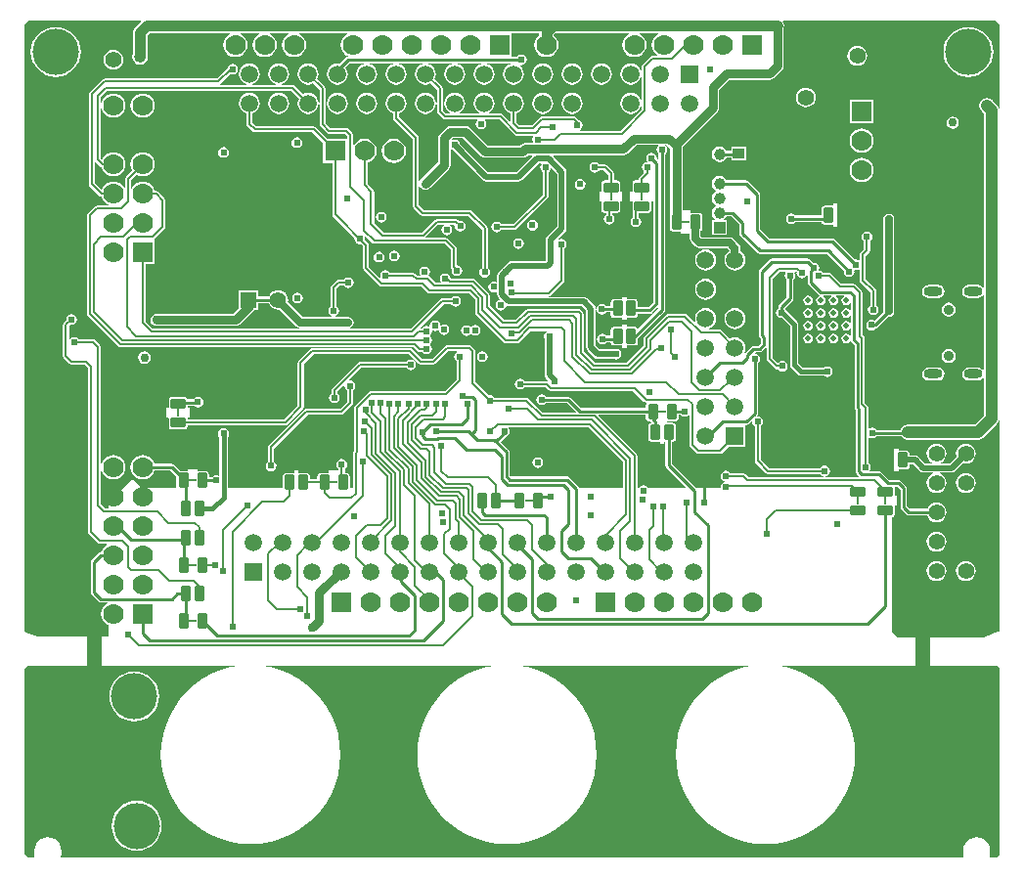
<source format=gbl>
G04 Layer_Physical_Order=4*
G04 Layer_Color=16711680*
%FSLAX25Y25*%
%MOIN*%
G70*
G01*
G75*
%ADD10C,0.01969*%
G04:AMPARAMS|DCode=15|XSize=51.18mil|YSize=35.43mil|CornerRadius=3.54mil|HoleSize=0mil|Usage=FLASHONLY|Rotation=90.000|XOffset=0mil|YOffset=0mil|HoleType=Round|Shape=RoundedRectangle|*
%AMROUNDEDRECTD15*
21,1,0.05118,0.02835,0,0,90.0*
21,1,0.04409,0.03543,0,0,90.0*
1,1,0.00709,0.01417,0.02205*
1,1,0.00709,0.01417,-0.02205*
1,1,0.00709,-0.01417,-0.02205*
1,1,0.00709,-0.01417,0.02205*
%
%ADD15ROUNDEDRECTD15*%
%ADD31R,0.03937X0.03543*%
G04:AMPARAMS|DCode=38|XSize=51.18mil|YSize=35.43mil|CornerRadius=3.54mil|HoleSize=0mil|Usage=FLASHONLY|Rotation=0.000|XOffset=0mil|YOffset=0mil|HoleType=Round|Shape=RoundedRectangle|*
%AMROUNDEDRECTD38*
21,1,0.05118,0.02835,0,0,0.0*
21,1,0.04409,0.03543,0,0,0.0*
1,1,0.00709,0.02205,-0.01417*
1,1,0.00709,-0.02205,-0.01417*
1,1,0.00709,-0.02205,0.01417*
1,1,0.00709,0.02205,0.01417*
%
%ADD38ROUNDEDRECTD38*%
%ADD40C,0.00800*%
%ADD41C,0.04000*%
%ADD42C,0.02000*%
%ADD43C,0.01000*%
%ADD44C,0.02500*%
%ADD45C,0.01500*%
%ADD46C,0.03000*%
%ADD47C,0.05000*%
%ADD49R,0.02953X0.00787*%
%ADD51R,0.00787X0.02953*%
%ADD52C,0.05512*%
%ADD53C,0.05512*%
%ADD54R,0.05512X0.05512*%
%ADD55R,0.05906X0.05906*%
%ADD56C,0.05906*%
%ADD57R,0.07000X0.07000*%
%ADD58C,0.07000*%
%ADD59R,0.07000X0.07000*%
%ADD60C,0.03937*%
%ADD61R,0.03937X0.03937*%
%ADD62O,0.06299X0.03150*%
%ADD63C,0.03543*%
%ADD64R,0.05906X0.05906*%
%ADD65C,0.15748*%
%ADD66C,0.01969*%
%ADD67C,0.02400*%
%ADD68C,0.02362*%
%ADD69C,0.04000*%
%ADD70C,0.03000*%
%ADD71C,0.03500*%
G36*
X212960Y150795D02*
X213034Y150423D01*
X213245Y150107D01*
X213561Y149896D01*
X213933Y149822D01*
X214490D01*
X214507Y149797D01*
X214827Y149477D01*
X214825Y149394D01*
X214722Y149159D01*
X214446Y149104D01*
X214131Y148893D01*
X213920Y148577D01*
X213846Y148205D01*
Y143795D01*
X213920Y143423D01*
X214131Y143107D01*
X214446Y142896D01*
X214819Y142822D01*
X217653D01*
X217713Y142774D01*
Y142063D01*
X219287D01*
Y142535D01*
X219578Y142796D01*
X219642Y142789D01*
Y134736D01*
X219642Y134736D01*
X219728Y134307D01*
X219971Y133943D01*
X226525Y127389D01*
X226410Y127113D01*
X213688D01*
X213498Y127398D01*
X212902Y127796D01*
X212200Y127935D01*
X211498Y127796D01*
X210902Y127398D01*
X210712Y127113D01*
X210035D01*
Y137984D01*
X209958Y138374D01*
X209737Y138705D01*
X196740Y151702D01*
X196854Y151978D01*
X212960D01*
Y150795D01*
D02*
G37*
G36*
X224902Y151702D02*
X225498Y151304D01*
X226200Y151165D01*
X226902Y151304D01*
X227481Y151691D01*
X227657Y151654D01*
X227780Y151617D01*
Y141600D01*
X227858Y141210D01*
X228079Y140879D01*
X229979Y138979D01*
X230310Y138758D01*
X230700Y138680D01*
X238300D01*
X238690Y138758D01*
X239021Y138979D01*
X241189Y141147D01*
X246853D01*
Y148253D01*
X247030Y148478D01*
X247200D01*
X247200Y148478D01*
X247629Y148564D01*
X247993Y148807D01*
X248907Y149721D01*
X249172Y149563D01*
X249304Y148898D01*
X249702Y148302D01*
X249980Y148116D01*
Y136200D01*
X250058Y135810D01*
X250279Y135479D01*
X253679Y132079D01*
X254010Y131858D01*
X254400Y131780D01*
X272416D01*
X272602Y131502D01*
X273198Y131104D01*
X273628Y131019D01*
X273599Y130720D01*
X248022D01*
X246921Y131821D01*
X246590Y132042D01*
X246200Y132120D01*
X241784D01*
X241598Y132398D01*
X241002Y132796D01*
X240300Y132935D01*
X239598Y132796D01*
X239002Y132398D01*
X238604Y131802D01*
X238465Y131100D01*
X238604Y130398D01*
X239002Y129802D01*
X239598Y129404D01*
X239859Y129352D01*
Y129048D01*
X239598Y128996D01*
X239002Y128598D01*
X238604Y128002D01*
X238465Y127300D01*
X238311Y127113D01*
X229973D01*
X221885Y135201D01*
Y142822D01*
X222181D01*
X222553Y142896D01*
X222869Y143107D01*
X223080Y143423D01*
X223154Y143795D01*
Y148205D01*
X223080Y148577D01*
X222869Y148893D01*
X222553Y149104D01*
X222181Y149178D01*
X220173D01*
Y149774D01*
X220232Y149822D01*
X223067D01*
X223439Y149896D01*
X223755Y150107D01*
X223966Y150423D01*
X224040Y150795D01*
Y151878D01*
X224785D01*
X224902Y151702D01*
D02*
G37*
G36*
X333524Y284835D02*
Y256363D01*
X333225Y256334D01*
X333149Y256715D01*
X332575Y257575D01*
X331276Y258873D01*
X331075Y259174D01*
X330215Y259749D01*
X329200Y259951D01*
X328186Y259749D01*
X327326Y259174D01*
X326751Y258314D01*
X326549Y257300D01*
Y257200D01*
X326751Y256186D01*
X327326Y255326D01*
X328049Y254602D01*
Y195409D01*
X327763Y195322D01*
X327615Y195543D01*
X326896Y196023D01*
X326047Y196192D01*
X322898D01*
X322049Y196023D01*
X321330Y195543D01*
X320849Y194823D01*
X320680Y193975D01*
X320849Y193126D01*
X321330Y192407D01*
X322049Y191926D01*
X322898Y191757D01*
X326047D01*
X326896Y191926D01*
X327615Y192407D01*
X327763Y192628D01*
X328049Y192541D01*
Y167259D01*
X327763Y167172D01*
X327615Y167393D01*
X326896Y167874D01*
X326047Y168043D01*
X322898D01*
X322049Y167874D01*
X321330Y167393D01*
X320849Y166674D01*
X320680Y165825D01*
X320849Y164977D01*
X321330Y164257D01*
X322049Y163777D01*
X322898Y163608D01*
X326047D01*
X326896Y163777D01*
X327615Y164257D01*
X327763Y164478D01*
X328049Y164391D01*
Y151698D01*
X325002Y148651D01*
X302200D01*
X301185Y148449D01*
X300325Y147874D01*
X299751Y147014D01*
X299712Y146822D01*
X291515D01*
X291398Y146998D01*
X290802Y147396D01*
X290100Y147535D01*
X289398Y147396D01*
X289084Y147186D01*
X288820Y147327D01*
Y154300D01*
X288742Y154690D01*
X288521Y155021D01*
X287620Y155922D01*
Y177900D01*
X287542Y178290D01*
X287321Y178621D01*
X286720Y179222D01*
Y193500D01*
X286642Y193890D01*
X286421Y194221D01*
X284421Y196221D01*
X284090Y196442D01*
X283700Y196520D01*
X279522D01*
X276074Y199968D01*
X275743Y200189D01*
X275353Y200267D01*
X273231D01*
X273045Y200545D01*
X272450Y200943D01*
X271961Y201040D01*
X271896Y201198D01*
X272035Y201900D01*
X271896Y202602D01*
X271498Y203198D01*
X270902Y203596D01*
X270200Y203735D01*
X269992Y203694D01*
X268793Y204893D01*
X268429Y205136D01*
X268000Y205222D01*
X268000Y205222D01*
X255900D01*
X255471Y205136D01*
X255107Y204893D01*
X255107Y204893D01*
X251807Y201593D01*
X251564Y201229D01*
X251478Y200800D01*
X251479Y200800D01*
Y179000D01*
X251478Y179000D01*
X251564Y178571D01*
X251807Y178207D01*
X252179Y177835D01*
Y176365D01*
X251235Y175422D01*
X249600D01*
X249600Y175422D01*
X249171Y175336D01*
X248807Y175093D01*
X248807Y175093D01*
X246801Y173088D01*
X246548Y173257D01*
X246761Y173773D01*
X246883Y174700D01*
X246761Y175627D01*
X246403Y176492D01*
X245834Y177234D01*
X245092Y177803D01*
X244227Y178161D01*
X243300Y178283D01*
X242373Y178161D01*
X241600Y177841D01*
X238721Y180721D01*
X238390Y180942D01*
X238000Y181020D01*
X234480D01*
X234421Y181319D01*
X235092Y181597D01*
X235834Y182166D01*
X236403Y182908D01*
X236761Y183773D01*
X236883Y184700D01*
X236761Y185627D01*
X236403Y186492D01*
X235834Y187234D01*
X235092Y187803D01*
X234227Y188161D01*
X233300Y188283D01*
X232373Y188161D01*
X231508Y187803D01*
X230766Y187234D01*
X230197Y186492D01*
X229839Y185627D01*
X229717Y184700D01*
X229839Y183773D01*
X229877Y183680D01*
X229628Y183514D01*
X227021Y186121D01*
X226690Y186342D01*
X226300Y186420D01*
X220600D01*
X220210Y186342D01*
X219879Y186121D01*
X212379Y178621D01*
X212158Y178290D01*
X212080Y177900D01*
Y175622D01*
X206278Y169820D01*
X195422D01*
X191720Y173522D01*
Y186420D01*
X191642Y186810D01*
X191421Y187141D01*
X190741Y187821D01*
X190410Y188042D01*
X190020Y188120D01*
X172800D01*
X172410Y188042D01*
X172079Y187821D01*
X168478Y184220D01*
X164722D01*
X159720Y189222D01*
Y192700D01*
X159642Y193090D01*
X159421Y193421D01*
X154821Y198021D01*
X154490Y198242D01*
X154100Y198320D01*
X146622D01*
X146384Y198558D01*
X146296Y199002D01*
X145898Y199598D01*
X145302Y199996D01*
X144600Y200135D01*
X143898Y199996D01*
X143302Y199598D01*
X142904Y199002D01*
X142765Y198300D01*
X142904Y197598D01*
X143158Y197219D01*
X142998Y196920D01*
X141322D01*
X139321Y198921D01*
X139023Y199120D01*
X138978Y199188D01*
X138906Y199464D01*
X139196Y199898D01*
X139335Y200600D01*
X139196Y201302D01*
X138798Y201898D01*
X138202Y202296D01*
X137500Y202435D01*
X136798Y202296D01*
X136202Y201898D01*
X135804Y201302D01*
X135665Y200600D01*
X135804Y199898D01*
X136058Y199519D01*
X135898Y199220D01*
X135122D01*
X134221Y200121D01*
X133890Y200342D01*
X133500Y200420D01*
X125705D01*
X125562Y200633D01*
X124967Y201031D01*
X124265Y201171D01*
X123562Y201031D01*
X122967Y200633D01*
X122569Y200038D01*
X122429Y199335D01*
X122504Y198961D01*
X122228Y198814D01*
X118620Y202422D01*
Y209700D01*
X118542Y210090D01*
X118321Y210421D01*
X117114Y211628D01*
X117179Y211956D01*
X117040Y212658D01*
X116965Y212770D01*
X117198Y212961D01*
X119679Y210479D01*
X120010Y210258D01*
X120400Y210180D01*
X144478D01*
X146359Y208299D01*
Y202221D01*
X146437Y201831D01*
X146658Y201500D01*
X146730Y201428D01*
X146665Y201100D01*
X146804Y200398D01*
X147202Y199802D01*
X147798Y199404D01*
X148500Y199265D01*
X149202Y199404D01*
X149798Y199802D01*
X150196Y200398D01*
X150335Y201100D01*
X150196Y201802D01*
X149798Y202398D01*
X149202Y202796D01*
X148500Y202935D01*
X148398Y203019D01*
Y208721D01*
X148321Y209111D01*
X148100Y209442D01*
X145621Y211921D01*
X145290Y212142D01*
X144900Y212220D01*
X138085D01*
X137961Y212519D01*
X142122Y216680D01*
X144012D01*
X144102Y216381D01*
X143813Y216188D01*
X143415Y215592D01*
X143275Y214890D01*
X143415Y214187D01*
X143813Y213592D01*
X144408Y213194D01*
X145110Y213054D01*
X145813Y213194D01*
X146408Y213592D01*
X146806Y214187D01*
X146946Y214890D01*
X146806Y215592D01*
X146408Y216188D01*
X146118Y216381D01*
X146209Y216680D01*
X147611D01*
X147843Y216408D01*
X147812Y216253D01*
X147952Y215550D01*
X148349Y214955D01*
X148945Y214557D01*
X149647Y214418D01*
X150350Y214557D01*
X150945Y214955D01*
X151343Y215550D01*
X151482Y216253D01*
X151343Y216955D01*
X150945Y217550D01*
X150350Y217948D01*
X149647Y218088D01*
X149319Y218023D01*
X148921Y218421D01*
X148590Y218642D01*
X148200Y218720D01*
X141700D01*
X141310Y218642D01*
X140979Y218421D01*
X136578Y214020D01*
X123722D01*
X120320Y217422D01*
Y227900D01*
X120242Y228290D01*
X120021Y228621D01*
X118020Y230622D01*
Y237873D01*
X118070Y237880D01*
X119068Y238293D01*
X119924Y238950D01*
X120581Y239806D01*
X120994Y240804D01*
X121135Y241874D01*
X120994Y242944D01*
X120581Y243942D01*
X119924Y244798D01*
X119068Y245455D01*
X118070Y245868D01*
X117000Y246009D01*
X115930Y245868D01*
X114932Y245455D01*
X114076Y244798D01*
X113519Y244072D01*
X113220Y244174D01*
Y247300D01*
X113142Y247690D01*
X112921Y248021D01*
X111421Y249521D01*
X111090Y249742D01*
X110700Y249820D01*
X105222D01*
X103720Y251322D01*
Y263187D01*
X103642Y263577D01*
X103421Y263908D01*
X100957Y266371D01*
X101277Y267143D01*
X101399Y268071D01*
X101277Y268998D01*
X100919Y269863D01*
X100350Y270605D01*
X99607Y271174D01*
X98743Y271532D01*
X97816Y271654D01*
X96888Y271532D01*
X96024Y271174D01*
X95282Y270605D01*
X94712Y269863D01*
X94354Y268998D01*
X94232Y268071D01*
X94354Y267143D01*
X94712Y266279D01*
X95282Y265537D01*
X96024Y264967D01*
X96888Y264610D01*
X97816Y264487D01*
X98743Y264610D01*
X99515Y264929D01*
X101680Y262764D01*
Y258482D01*
X101588Y258221D01*
X101588Y258221D01*
Y258221D01*
X101381Y258207D01*
X101379Y258226D01*
X101277Y258998D01*
X100919Y259862D01*
X100350Y260605D01*
X99607Y261174D01*
X98743Y261532D01*
X97816Y261654D01*
X96888Y261532D01*
X96116Y261212D01*
X93308Y264021D01*
X92977Y264242D01*
X92587Y264320D01*
X88794D01*
X88743Y264610D01*
X89608Y264967D01*
X90350Y265537D01*
X90919Y266279D01*
X91277Y267143D01*
X91399Y268071D01*
X91277Y268998D01*
X90919Y269863D01*
X90350Y270605D01*
X89608Y271174D01*
X88743Y271532D01*
X87816Y271654D01*
X86888Y271532D01*
X86024Y271174D01*
X85282Y270605D01*
X84712Y269863D01*
X84354Y268998D01*
X84232Y268071D01*
X84354Y267143D01*
X84712Y266279D01*
X85282Y265537D01*
X86024Y264967D01*
X86888Y264610D01*
X86838Y264320D01*
X78794D01*
X78743Y264610D01*
X79607Y264967D01*
X80350Y265537D01*
X80919Y266279D01*
X81277Y267143D01*
X81399Y268071D01*
X81277Y268998D01*
X80919Y269863D01*
X80350Y270605D01*
X79607Y271174D01*
X78743Y271532D01*
X77816Y271654D01*
X76888Y271532D01*
X76024Y271174D01*
X75282Y270605D01*
X74712Y269863D01*
X74354Y268998D01*
X74232Y268071D01*
X74354Y267143D01*
X74712Y266279D01*
X75282Y265537D01*
X76024Y264967D01*
X76888Y264610D01*
X76838Y264320D01*
X67772D01*
X67681Y264619D01*
X67921Y264779D01*
X71247Y268105D01*
X71398Y268004D01*
X72100Y267865D01*
X72802Y268004D01*
X73398Y268402D01*
X73796Y268998D01*
X73935Y269700D01*
X73796Y270402D01*
X73398Y270998D01*
X72802Y271396D01*
X72100Y271535D01*
X71398Y271396D01*
X70802Y270998D01*
X70404Y270402D01*
X70341Y270083D01*
X66778Y266520D01*
X28500D01*
X28110Y266442D01*
X27779Y266221D01*
X23479Y261921D01*
X23258Y261590D01*
X23180Y261200D01*
Y230500D01*
X23258Y230110D01*
X23479Y229779D01*
X26640Y226618D01*
X26971Y226397D01*
X27361Y226319D01*
X27416D01*
X27423Y226268D01*
X27836Y225271D01*
X28493Y224414D01*
X29350Y223757D01*
X29925Y223519D01*
X29866Y223220D01*
X25700D01*
X25310Y223142D01*
X24979Y222921D01*
X22779Y220721D01*
X22558Y220390D01*
X22480Y220000D01*
Y186400D01*
X22558Y186010D01*
X22779Y185679D01*
X33179Y175279D01*
X33510Y175058D01*
X33900Y174980D01*
X133778D01*
X135079Y173679D01*
X135410Y173458D01*
X135800Y173380D01*
X136716D01*
X136902Y173102D01*
X137498Y172704D01*
X138200Y172565D01*
X138902Y172704D01*
X139498Y173102D01*
X139896Y173698D01*
X140035Y174400D01*
X139896Y175102D01*
X139498Y175698D01*
X139419Y175750D01*
Y176050D01*
X139498Y176102D01*
X139896Y176698D01*
X140035Y177400D01*
X139896Y178102D01*
X139498Y178698D01*
X139419Y178750D01*
Y179050D01*
X139498Y179102D01*
X139896Y179698D01*
X140035Y180400D01*
X140009Y180532D01*
X140258Y180698D01*
X140398Y180604D01*
X141100Y180465D01*
X141802Y180604D01*
X141993Y180732D01*
X142326Y180594D01*
X142404Y180198D01*
X142802Y179602D01*
X143398Y179204D01*
X144100Y179065D01*
X144802Y179204D01*
X145398Y179602D01*
X145796Y180198D01*
X145935Y180900D01*
X145796Y181602D01*
X145398Y182198D01*
X144802Y182596D01*
X144100Y182735D01*
X143398Y182596D01*
X143207Y182468D01*
X142874Y182606D01*
X142796Y183002D01*
X142398Y183598D01*
X141802Y183996D01*
X141100Y184135D01*
X140398Y183996D01*
X139802Y183598D01*
X139404Y183002D01*
X139265Y182300D01*
X139291Y182168D01*
X139042Y182002D01*
X138902Y182096D01*
X138200Y182235D01*
X137498Y182096D01*
X136902Y181698D01*
X136716Y181420D01*
X136273D01*
X136158Y181696D01*
X144042Y189580D01*
X146616D01*
X146802Y189302D01*
X147398Y188904D01*
X148100Y188765D01*
X148802Y188904D01*
X149398Y189302D01*
X149796Y189898D01*
X149935Y190600D01*
X149796Y191302D01*
X149398Y191898D01*
X148802Y192296D01*
X148100Y192435D01*
X147398Y192296D01*
X146802Y191898D01*
X146616Y191620D01*
X143620D01*
X143230Y191542D01*
X142899Y191321D01*
X132798Y181220D01*
X112057D01*
X112028Y181519D01*
X112222Y181557D01*
X112834Y181966D01*
X113243Y182578D01*
X113386Y183300D01*
X113243Y184022D01*
X112834Y184634D01*
X112222Y185043D01*
X111500Y185186D01*
X107136D01*
X107107Y185485D01*
X107202Y185504D01*
X107798Y185902D01*
X108196Y186498D01*
X108335Y187200D01*
X108196Y187902D01*
X107798Y188498D01*
X107520Y188684D01*
Y194778D01*
X108622Y195880D01*
X110116D01*
X110302Y195602D01*
X110898Y195204D01*
X111600Y195065D01*
X112302Y195204D01*
X112898Y195602D01*
X113296Y196198D01*
X113435Y196900D01*
X113296Y197602D01*
X112898Y198198D01*
X112302Y198596D01*
X111600Y198735D01*
X110898Y198596D01*
X110302Y198198D01*
X110116Y197920D01*
X108200D01*
X107810Y197842D01*
X107479Y197621D01*
X105779Y195921D01*
X105558Y195590D01*
X105480Y195200D01*
Y188684D01*
X105202Y188498D01*
X104804Y187902D01*
X104665Y187200D01*
X104804Y186498D01*
X105202Y185902D01*
X105798Y185504D01*
X105893Y185485D01*
X105864Y185186D01*
X96081D01*
X90890Y190378D01*
X90985Y191100D01*
X90869Y191976D01*
X90531Y192792D01*
X89994Y193493D01*
X89292Y194031D01*
X88476Y194369D01*
X87600Y194485D01*
X86724Y194369D01*
X85908Y194031D01*
X85207Y193493D01*
X84669Y192792D01*
X84432Y192222D01*
X80956D01*
Y194456D01*
X74244D01*
Y188473D01*
X72213Y186442D01*
X46253D01*
X45434Y186280D01*
X44739Y185815D01*
X44275Y185121D01*
X44112Y184301D01*
X44275Y183482D01*
X44739Y182787D01*
X45434Y182323D01*
X46253Y182160D01*
X73100D01*
X73919Y182323D01*
X74614Y182787D01*
X79214Y187387D01*
X79452Y187744D01*
X80956D01*
Y189978D01*
X84432D01*
X84669Y189408D01*
X85207Y188707D01*
X85908Y188169D01*
X86724Y187830D01*
X87600Y187715D01*
X88146Y187787D01*
X93966Y181966D01*
X94578Y181557D01*
X94772Y181519D01*
X94743Y181220D01*
X44922D01*
X42437Y183705D01*
Y203239D01*
X45517D01*
Y211439D01*
X45450D01*
X45359Y211738D01*
X45421Y211779D01*
X48921Y215279D01*
X49142Y215610D01*
X49220Y216000D01*
Y225100D01*
X49142Y225490D01*
X48921Y225821D01*
X46821Y227921D01*
X46490Y228142D01*
X46100Y228220D01*
X45437D01*
X45412Y228409D01*
X44999Y229406D01*
X44341Y230263D01*
X43485Y230920D01*
X42488Y231333D01*
X41417Y231474D01*
X40347Y231333D01*
X39350Y230920D01*
X38493Y230263D01*
X37836Y229406D01*
X37719Y229123D01*
X37420Y229183D01*
Y231899D01*
X39309Y233788D01*
X39350Y233757D01*
X40347Y233344D01*
X41417Y233203D01*
X42488Y233344D01*
X43485Y233757D01*
X44341Y234414D01*
X44999Y235271D01*
X45412Y236268D01*
X45553Y237339D01*
X45412Y238409D01*
X44999Y239406D01*
X44341Y240263D01*
X43485Y240920D01*
X42488Y241333D01*
X41417Y241474D01*
X40347Y241333D01*
X39350Y240920D01*
X38493Y240263D01*
X37836Y239406D01*
X37423Y238409D01*
X37282Y237339D01*
X37423Y236268D01*
X37836Y235271D01*
X37867Y235230D01*
X35679Y233042D01*
X35458Y232712D01*
X35380Y232321D01*
Y229252D01*
X35087Y229193D01*
X34999Y229406D01*
X34341Y230263D01*
X33485Y230920D01*
X32488Y231333D01*
X31417Y231474D01*
X30347Y231333D01*
X29350Y230920D01*
X28493Y230263D01*
X27836Y229406D01*
X27617Y228877D01*
X27323Y228819D01*
X25220Y230922D01*
Y237915D01*
X25519Y238039D01*
X26940Y236618D01*
X27271Y236397D01*
X27410Y236369D01*
X27423Y236268D01*
X27836Y235271D01*
X28493Y234414D01*
X29350Y233757D01*
X30347Y233344D01*
X31417Y233203D01*
X32488Y233344D01*
X33485Y233757D01*
X34341Y234414D01*
X34999Y235271D01*
X35412Y236268D01*
X35553Y237339D01*
X35412Y238409D01*
X34999Y239406D01*
X34341Y240263D01*
X33485Y240920D01*
X32488Y241333D01*
X31417Y241474D01*
X30347Y241333D01*
X29350Y240920D01*
X28493Y240263D01*
X27836Y239406D01*
X27705Y239089D01*
X27411Y239031D01*
X27120Y239322D01*
Y256279D01*
X27419Y256299D01*
X27423Y256268D01*
X27836Y255271D01*
X28493Y254414D01*
X29350Y253757D01*
X30347Y253344D01*
X31417Y253203D01*
X32488Y253344D01*
X33485Y253757D01*
X34341Y254414D01*
X34999Y255271D01*
X35412Y256268D01*
X35553Y257339D01*
X35412Y258409D01*
X34999Y259406D01*
X34341Y260263D01*
X33485Y260920D01*
X32488Y261333D01*
X31417Y261474D01*
X30347Y261333D01*
X29350Y260920D01*
X28493Y260263D01*
X27836Y259406D01*
X27423Y258409D01*
X27419Y258378D01*
X27120Y258398D01*
Y260178D01*
X29222Y262280D01*
X92164D01*
X94674Y259770D01*
X94354Y258998D01*
X94232Y258071D01*
X94354Y257143D01*
X94712Y256279D01*
X95282Y255537D01*
X96024Y254967D01*
X96888Y254609D01*
X97816Y254487D01*
X98743Y254609D01*
X99607Y254967D01*
X100350Y255537D01*
X100919Y256279D01*
X101277Y257143D01*
X101379Y257916D01*
X101381Y257934D01*
X101588Y257921D01*
Y257921D01*
X101588Y257921D01*
X101680Y257660D01*
Y250900D01*
X101758Y250510D01*
X101979Y250179D01*
X104079Y248079D01*
X104410Y247858D01*
X104800Y247780D01*
X110278D01*
X111180Y246878D01*
Y246240D01*
X111100Y245974D01*
X110881Y245974D01*
X104342D01*
X100395Y249921D01*
X100064Y250142D01*
X99674Y250220D01*
X80122D01*
X78835Y251507D01*
Y254648D01*
X79607Y254967D01*
X80350Y255537D01*
X80919Y256279D01*
X81277Y257143D01*
X81399Y258071D01*
X81277Y258998D01*
X80919Y259862D01*
X80350Y260605D01*
X79607Y261174D01*
X78743Y261532D01*
X77816Y261654D01*
X76888Y261532D01*
X76024Y261174D01*
X75282Y260605D01*
X74712Y259862D01*
X74354Y258998D01*
X74232Y258071D01*
X74354Y257143D01*
X74712Y256279D01*
X75282Y255537D01*
X76024Y254967D01*
X76796Y254648D01*
Y251084D01*
X76874Y250694D01*
X77095Y250363D01*
X78979Y248479D01*
X79310Y248258D01*
X79700Y248180D01*
X99252D01*
X102900Y244532D01*
Y237774D01*
X105980D01*
Y220300D01*
X106058Y219910D01*
X106279Y219579D01*
X113574Y212284D01*
X113509Y211956D01*
X113649Y211253D01*
X114047Y210658D01*
X114642Y210260D01*
X115344Y210121D01*
X115672Y210186D01*
X116580Y209278D01*
Y202000D01*
X116658Y201610D01*
X116879Y201279D01*
X122179Y195979D01*
X122510Y195758D01*
X122900Y195680D01*
X136278D01*
X138379Y193579D01*
X138710Y193358D01*
X139100Y193280D01*
X152598D01*
X154680Y191198D01*
Y186700D01*
X154758Y186310D01*
X154979Y185979D01*
X164379Y176579D01*
X164710Y176358D01*
X165100Y176280D01*
X169100D01*
X169490Y176358D01*
X169821Y176579D01*
X173722Y180480D01*
X178886D01*
X178977Y180181D01*
X178702Y179998D01*
X178304Y179402D01*
X178165Y178700D01*
X178304Y177998D01*
X178369Y177902D01*
Y165500D01*
X178493Y164876D01*
X178847Y164347D01*
X179576Y163617D01*
X179412Y163357D01*
X179100Y163420D01*
X171584D01*
X171398Y163698D01*
X170802Y164096D01*
X170100Y164235D01*
X169398Y164096D01*
X168802Y163698D01*
X168404Y163102D01*
X168265Y162400D01*
X168404Y161698D01*
X168802Y161102D01*
X169398Y160704D01*
X170100Y160565D01*
X170802Y160704D01*
X171398Y161102D01*
X171584Y161380D01*
X178678D01*
X179679Y160379D01*
X180010Y160158D01*
X180400Y160080D01*
X208578D01*
X212279Y156379D01*
X212610Y156158D01*
X213000Y156080D01*
X213028D01*
X213171Y155781D01*
X213034Y155577D01*
X212960Y155205D01*
Y154222D01*
X190865D01*
X187293Y157793D01*
X186929Y158036D01*
X186500Y158122D01*
X186500Y158122D01*
X178815D01*
X178698Y158298D01*
X178102Y158696D01*
X177400Y158835D01*
X176698Y158696D01*
X176102Y158298D01*
X175704Y157702D01*
X175565Y157000D01*
X175704Y156298D01*
X176102Y155702D01*
X176698Y155304D01*
X177400Y155165D01*
X178102Y155304D01*
X178698Y155702D01*
X178815Y155878D01*
X186035D01*
X189018Y152896D01*
X188903Y152620D01*
X177822D01*
X172921Y157521D01*
X172590Y157742D01*
X172200Y157820D01*
X161284D01*
X161098Y158098D01*
X160502Y158496D01*
X159800Y158635D01*
X159472Y158570D01*
X154920Y163122D01*
Y173600D01*
X154842Y173990D01*
X154621Y174321D01*
X153521Y175421D01*
X153190Y175642D01*
X152800Y175720D01*
X145100D01*
X144710Y175642D01*
X144379Y175421D01*
X140078Y171120D01*
X136522D01*
X133321Y174321D01*
X132990Y174542D01*
X132600Y174620D01*
X99300D01*
X98910Y174542D01*
X98579Y174321D01*
X94579Y170321D01*
X94358Y169990D01*
X94280Y169600D01*
Y154922D01*
X89728Y150370D01*
X56678D01*
Y150768D01*
X56726Y150827D01*
X57437D01*
Y154173D01*
X56726D01*
X56678Y154232D01*
Y155028D01*
X58918D01*
X59002Y154902D01*
X59598Y154504D01*
X60300Y154365D01*
X61002Y154504D01*
X61598Y154902D01*
X61996Y155498D01*
X62135Y156200D01*
X61996Y156902D01*
X61598Y157498D01*
X61002Y157896D01*
X60300Y158035D01*
X59598Y157896D01*
X59002Y157498D01*
X58851Y157271D01*
X56637D01*
X56604Y157439D01*
X56393Y157755D01*
X56077Y157966D01*
X55705Y158040D01*
X51295D01*
X50923Y157966D01*
X50607Y157755D01*
X50396Y157439D01*
X50322Y157067D01*
Y154232D01*
X50274Y154173D01*
X49563D01*
Y150827D01*
X50274D01*
X50322Y150768D01*
Y147933D01*
X50396Y147561D01*
X50607Y147245D01*
X50923Y147034D01*
X51295Y146960D01*
X55705D01*
X56077Y147034D01*
X56393Y147245D01*
X56604Y147561D01*
X56678Y147933D01*
Y148331D01*
X90150D01*
X90541Y148408D01*
X90871Y148629D01*
X96021Y153779D01*
X96242Y154110D01*
X96320Y154500D01*
Y169178D01*
X99722Y172580D01*
X132178D01*
X135379Y169379D01*
X135710Y169158D01*
X136100Y169080D01*
X140500D01*
X140890Y169158D01*
X141221Y169379D01*
X145522Y173680D01*
X148454D01*
X148545Y173381D01*
X148049Y173050D01*
X147652Y172455D01*
X147512Y171753D01*
X147652Y171050D01*
X148049Y170455D01*
X148328Y170269D01*
Y163970D01*
X144378Y160020D01*
X119200D01*
X118810Y159942D01*
X118479Y159721D01*
X113779Y155021D01*
X113558Y154690D01*
X113480Y154300D01*
Y139622D01*
X113279Y139421D01*
X113058Y139090D01*
X112980Y138700D01*
Y127113D01*
X112040D01*
Y131105D01*
X111966Y131477D01*
X111755Y131793D01*
X111439Y132004D01*
X111067Y132078D01*
X110320D01*
Y133616D01*
X110598Y133802D01*
X110996Y134398D01*
X111135Y135100D01*
X110996Y135802D01*
X110598Y136398D01*
X110002Y136796D01*
X109300Y136935D01*
X108598Y136796D01*
X108002Y136398D01*
X107604Y135802D01*
X107465Y135100D01*
X107604Y134398D01*
X108002Y133802D01*
X108280Y133616D01*
Y133092D01*
X108173Y132837D01*
X104827D01*
Y132126D01*
X104768Y132078D01*
X101933D01*
X101561Y132004D01*
X101245Y131793D01*
X101034Y131477D01*
X100960Y131105D01*
Y129920D01*
X98454D01*
Y131105D01*
X98380Y131477D01*
X98169Y131793D01*
X97853Y132004D01*
X97481Y132078D01*
X94647D01*
X94587Y132126D01*
Y132837D01*
X93013D01*
Y132126D01*
X92953Y132078D01*
X90119D01*
X89746Y132004D01*
X89431Y131793D01*
X89220Y131477D01*
X89146Y131105D01*
Y127113D01*
X70376D01*
Y144320D01*
X70696Y144798D01*
X70835Y145500D01*
X70696Y146202D01*
X70298Y146798D01*
X69702Y147196D01*
X69000Y147335D01*
X68298Y147196D01*
X67702Y146798D01*
X67304Y146202D01*
X67165Y145500D01*
X67304Y144798D01*
X67624Y144320D01*
Y131165D01*
X67360Y131024D01*
X67102Y131196D01*
X66400Y131335D01*
X65698Y131196D01*
X65102Y130798D01*
X64985Y130622D01*
X64040D01*
Y131705D01*
X63966Y132077D01*
X63755Y132393D01*
X63439Y132604D01*
X63067Y132678D01*
X60232D01*
X60173Y132726D01*
Y133437D01*
X56827D01*
Y132726D01*
X56768Y132678D01*
X54308D01*
X52150Y134836D01*
X51786Y135080D01*
X51357Y135165D01*
X51357Y135165D01*
X45391D01*
X44999Y136111D01*
X44341Y136968D01*
X43485Y137625D01*
X42488Y138038D01*
X41417Y138179D01*
X40347Y138038D01*
X39350Y137625D01*
X38493Y136968D01*
X37836Y136111D01*
X37423Y135114D01*
X37282Y134043D01*
X37423Y132973D01*
X37836Y131976D01*
X38493Y131119D01*
X39350Y130462D01*
X40347Y130049D01*
X41417Y129908D01*
X42488Y130049D01*
X43485Y130462D01*
X44341Y131119D01*
X44999Y131976D01*
X45391Y132922D01*
X50892D01*
X52960Y130854D01*
Y127295D01*
X52810Y127113D01*
X41020D01*
X38020Y130113D01*
X29820Y121913D01*
Y119920D01*
X28722D01*
X27220Y121422D01*
Y132682D01*
X27519Y132741D01*
X27836Y131976D01*
X28493Y131119D01*
X29350Y130462D01*
X30347Y130049D01*
X31417Y129908D01*
X32488Y130049D01*
X33485Y130462D01*
X34341Y131119D01*
X34999Y131976D01*
X35412Y132973D01*
X35553Y134043D01*
X35412Y135114D01*
X34999Y136111D01*
X34341Y136968D01*
X33485Y137625D01*
X32488Y138038D01*
X31417Y138179D01*
X30347Y138038D01*
X29350Y137625D01*
X28493Y136968D01*
X27836Y136111D01*
X27519Y135345D01*
X27220Y135405D01*
Y175000D01*
X27142Y175390D01*
X26921Y175721D01*
X25321Y177321D01*
X24990Y177542D01*
X24600Y177620D01*
X19684D01*
X19498Y177898D01*
X18902Y178296D01*
X18200Y178435D01*
X17498Y178296D01*
X16902Y177898D01*
X16619Y177473D01*
X16320Y177564D01*
Y182078D01*
X16872Y182630D01*
X17200Y182565D01*
X17902Y182704D01*
X18498Y183102D01*
X18896Y183698D01*
X19035Y184400D01*
X18896Y185102D01*
X18498Y185698D01*
X17902Y186096D01*
X17200Y186235D01*
X16498Y186096D01*
X15902Y185698D01*
X15504Y185102D01*
X15365Y184400D01*
X15430Y184072D01*
X14579Y183221D01*
X14358Y182890D01*
X14280Y182500D01*
Y171900D01*
X14358Y171510D01*
X14579Y171179D01*
X16379Y169379D01*
X16710Y169158D01*
X17100Y169080D01*
X21578D01*
X22780Y167878D01*
Y111900D01*
X22858Y111510D01*
X23079Y111179D01*
X26079Y108179D01*
X26410Y107958D01*
X26800Y107880D01*
X29215D01*
X29248Y107816D01*
X29293Y107581D01*
X28493Y106967D01*
X27836Y106111D01*
X27444Y105165D01*
X27243D01*
X27243Y105165D01*
X26814Y105079D01*
X26450Y104836D01*
X24107Y102493D01*
X23864Y102129D01*
X23778Y101700D01*
X23778Y101700D01*
Y91400D01*
X23778Y91400D01*
X23864Y90971D01*
X24107Y90607D01*
X26407Y88307D01*
X26407Y88307D01*
X26771Y88064D01*
X27200Y87978D01*
X27200Y87978D01*
X29422D01*
X29481Y87679D01*
X29350Y87625D01*
X28493Y86967D01*
X27836Y86111D01*
X27423Y85114D01*
X27282Y84043D01*
X27423Y82973D01*
X27836Y81976D01*
X28493Y81119D01*
X29350Y80462D01*
X29820Y80267D01*
Y76413D01*
X5509D01*
X1654Y77804D01*
X1122Y77921D01*
Y78740D01*
Y285035D01*
X2366Y286280D01*
X40768D01*
X40892Y285981D01*
X38906Y283994D01*
X38386Y283217D01*
X38204Y282300D01*
X38204Y282300D01*
Y274994D01*
X38151Y274915D01*
X37949Y273900D01*
X38151Y272885D01*
X38726Y272025D01*
X39586Y271451D01*
X40600Y271249D01*
X41614Y271451D01*
X42474Y272025D01*
X43049Y272885D01*
X43251Y273900D01*
X43049Y274915D01*
X42996Y274994D01*
Y281308D01*
X43844Y282155D01*
X71397D01*
X71457Y281856D01*
X70964Y281652D01*
X70107Y280995D01*
X69450Y280138D01*
X69037Y279141D01*
X68896Y278071D01*
X69037Y277000D01*
X69450Y276003D01*
X70107Y275147D01*
X70964Y274489D01*
X71961Y274076D01*
X73032Y273935D01*
X74102Y274076D01*
X75099Y274489D01*
X75956Y275147D01*
X76613Y276003D01*
X77026Y277000D01*
X77167Y278071D01*
X77026Y279141D01*
X76613Y280138D01*
X75956Y280995D01*
X75099Y281652D01*
X74606Y281856D01*
X74666Y282155D01*
X81397D01*
X81457Y281856D01*
X80964Y281652D01*
X80107Y280995D01*
X79450Y280138D01*
X79037Y279141D01*
X78896Y278071D01*
X79037Y277000D01*
X79450Y276003D01*
X80107Y275147D01*
X80964Y274489D01*
X81961Y274076D01*
X83031Y273935D01*
X84102Y274076D01*
X85099Y274489D01*
X85956Y275147D01*
X86613Y276003D01*
X87026Y277000D01*
X87167Y278071D01*
X87026Y279141D01*
X86613Y280138D01*
X85956Y280995D01*
X85099Y281652D01*
X84606Y281856D01*
X84666Y282155D01*
X91397D01*
X91457Y281856D01*
X90964Y281652D01*
X90107Y280995D01*
X89450Y280138D01*
X89037Y279141D01*
X88896Y278071D01*
X89037Y277000D01*
X89450Y276003D01*
X90107Y275147D01*
X90964Y274489D01*
X91961Y274076D01*
X93032Y273935D01*
X94102Y274076D01*
X95099Y274489D01*
X95956Y275147D01*
X96613Y276003D01*
X97026Y277000D01*
X97167Y278071D01*
X97026Y279141D01*
X96613Y280138D01*
X95956Y280995D01*
X95099Y281652D01*
X94606Y281856D01*
X94666Y282155D01*
X111397D01*
X111457Y281856D01*
X110964Y281652D01*
X110107Y280995D01*
X109450Y280138D01*
X109037Y279141D01*
X108896Y278071D01*
X109037Y277000D01*
X109450Y276003D01*
X110107Y275147D01*
X110964Y274489D01*
X111386Y274315D01*
X111392Y274185D01*
X111340Y274010D01*
X110971Y273936D01*
X110607Y273693D01*
X110607Y273693D01*
X108481Y271567D01*
X107816Y271654D01*
X106888Y271532D01*
X106024Y271174D01*
X105282Y270605D01*
X104712Y269863D01*
X104354Y268998D01*
X104232Y268071D01*
X104354Y267143D01*
X104712Y266279D01*
X105282Y265537D01*
X106024Y264967D01*
X106888Y264610D01*
X107816Y264487D01*
X108743Y264610D01*
X109608Y264967D01*
X110350Y265537D01*
X110919Y266279D01*
X111277Y267143D01*
X111399Y268071D01*
X111277Y268998D01*
X110919Y269863D01*
X110498Y270412D01*
X111865Y271778D01*
X116701D01*
X116761Y271479D01*
X116024Y271174D01*
X115282Y270605D01*
X114712Y269863D01*
X114354Y268998D01*
X114232Y268071D01*
X114354Y267143D01*
X114712Y266279D01*
X115282Y265537D01*
X116024Y264967D01*
X116888Y264610D01*
X117816Y264487D01*
X118743Y264610D01*
X119607Y264967D01*
X120350Y265537D01*
X120919Y266279D01*
X121277Y267143D01*
X121399Y268071D01*
X121277Y268998D01*
X120919Y269863D01*
X120350Y270605D01*
X119607Y271174D01*
X118871Y271479D01*
X118930Y271778D01*
X126701D01*
X126761Y271479D01*
X126024Y271174D01*
X125282Y270605D01*
X124712Y269863D01*
X124354Y268998D01*
X124232Y268071D01*
X124354Y267143D01*
X124712Y266279D01*
X125282Y265537D01*
X126024Y264967D01*
X126888Y264610D01*
X127816Y264487D01*
X128743Y264610D01*
X129607Y264967D01*
X130350Y265537D01*
X130919Y266279D01*
X131277Y267143D01*
X131399Y268071D01*
X131277Y268998D01*
X130919Y269863D01*
X130350Y270605D01*
X129607Y271174D01*
X128871Y271479D01*
X128930Y271778D01*
X136701D01*
X136761Y271479D01*
X136024Y271174D01*
X135282Y270605D01*
X134712Y269863D01*
X134354Y268998D01*
X134232Y268071D01*
X134354Y267143D01*
X134712Y266279D01*
X135282Y265537D01*
X136024Y264967D01*
X136888Y264610D01*
X137816Y264487D01*
X138743Y264610D01*
X139515Y264929D01*
X141680Y262764D01*
Y258482D01*
X141588Y258221D01*
X141588Y258221D01*
Y258221D01*
X141381Y258207D01*
X141379Y258226D01*
X141277Y258998D01*
X140919Y259862D01*
X140350Y260605D01*
X139608Y261174D01*
X138743Y261532D01*
X137816Y261654D01*
X136888Y261532D01*
X136024Y261174D01*
X135282Y260605D01*
X134712Y259862D01*
X134354Y258998D01*
X134232Y258071D01*
X134354Y257143D01*
X134712Y256279D01*
X135282Y255537D01*
X136024Y254967D01*
X136888Y254609D01*
X137816Y254487D01*
X138743Y254609D01*
X139608Y254967D01*
X140350Y255537D01*
X140919Y256279D01*
X141277Y257143D01*
X141379Y257916D01*
X141381Y257934D01*
X141588Y257921D01*
Y257921D01*
X141588Y257921D01*
X141680Y257660D01*
Y255400D01*
X141758Y255010D01*
X141979Y254679D01*
X143779Y252879D01*
X144110Y252658D01*
X144500Y252580D01*
X155316D01*
X155354Y252457D01*
X155391Y252281D01*
X155004Y251702D01*
X154865Y251000D01*
X155004Y250298D01*
X155402Y249702D01*
X155998Y249304D01*
X156700Y249165D01*
X157402Y249304D01*
X157998Y249702D01*
X158396Y250298D01*
X158535Y251000D01*
X158396Y251702D01*
X158009Y252281D01*
X158046Y252457D01*
X158083Y252580D01*
X162978D01*
X168179Y247379D01*
X168510Y247158D01*
X168900Y247080D01*
X174473D01*
X174614Y246816D01*
X174404Y246502D01*
X174265Y245800D01*
X174404Y245098D01*
X174533Y244905D01*
X174392Y244641D01*
X171820D01*
X171000Y244478D01*
X170306Y244014D01*
X170073Y243781D01*
X159047D01*
X153014Y249814D01*
X152319Y250278D01*
X151500Y250441D01*
X146200D01*
X145381Y250278D01*
X144686Y249814D01*
X142686Y247814D01*
X142222Y247119D01*
X142059Y246300D01*
Y237987D01*
X136286Y232214D01*
X135919Y231664D01*
X135620Y231755D01*
Y246200D01*
X135542Y246590D01*
X135321Y246921D01*
X128835Y253407D01*
Y254648D01*
X129607Y254967D01*
X130350Y255537D01*
X130919Y256279D01*
X131277Y257143D01*
X131399Y258071D01*
X131277Y258998D01*
X130919Y259862D01*
X130350Y260605D01*
X129607Y261174D01*
X128743Y261532D01*
X127816Y261654D01*
X126888Y261532D01*
X126024Y261174D01*
X125282Y260605D01*
X124712Y259862D01*
X124354Y258998D01*
X124232Y258071D01*
X124354Y257143D01*
X124712Y256279D01*
X125282Y255537D01*
X126024Y254967D01*
X126796Y254648D01*
Y252984D01*
X126874Y252594D01*
X127095Y252263D01*
X133580Y245778D01*
Y223100D01*
X133658Y222710D01*
X133879Y222379D01*
X136179Y220079D01*
X136510Y219858D01*
X136900Y219780D01*
X152278D01*
X156980Y215078D01*
Y201984D01*
X156702Y201798D01*
X156304Y201202D01*
X156165Y200500D01*
X156304Y199798D01*
X156702Y199202D01*
X157298Y198804D01*
X158000Y198665D01*
X158702Y198804D01*
X159298Y199202D01*
X159696Y199798D01*
X159835Y200500D01*
X159696Y201202D01*
X159298Y201798D01*
X159020Y201984D01*
Y215500D01*
X158942Y215890D01*
X158721Y216221D01*
X153421Y221521D01*
X153090Y221742D01*
X152700Y221820D01*
X137322D01*
X135620Y223522D01*
Y229645D01*
X135919Y229735D01*
X136286Y229186D01*
X136981Y228722D01*
X137800Y228559D01*
X138619Y228722D01*
X139314Y229186D01*
X145714Y235586D01*
X146178Y236281D01*
X146341Y237100D01*
Y242283D01*
X146640Y242443D01*
X146998Y242204D01*
X147111Y242182D01*
X157346Y231946D01*
X157876Y231593D01*
X158500Y231469D01*
X169500D01*
X170124Y231593D01*
X170653Y231946D01*
X176376Y237669D01*
X177161D01*
X177317Y237369D01*
X177004Y236902D01*
X176865Y236200D01*
X177004Y235498D01*
X177402Y234902D01*
X177680Y234716D01*
Y226851D01*
X167791Y216961D01*
X163542D01*
X163356Y217239D01*
X162761Y217637D01*
X162058Y217777D01*
X161356Y217637D01*
X160760Y217239D01*
X160363Y216644D01*
X160223Y215942D01*
X160363Y215239D01*
X160760Y214644D01*
X161356Y214246D01*
X162058Y214106D01*
X162761Y214246D01*
X163356Y214644D01*
X163542Y214922D01*
X168213D01*
X168604Y215000D01*
X168934Y215221D01*
X179421Y225708D01*
X179642Y226038D01*
X179720Y226428D01*
Y234716D01*
X179998Y234902D01*
X180396Y235498D01*
X180475Y235895D01*
X180799Y235994D01*
X182669Y234124D01*
Y216076D01*
X179246Y212653D01*
X178893Y212124D01*
X178769Y211500D01*
Y204431D01*
X167300D01*
X166676Y204307D01*
X166147Y203954D01*
X164169Y201976D01*
X163902Y201798D01*
X163724Y201531D01*
X162747Y200553D01*
X162393Y200024D01*
X162269Y199400D01*
Y197201D01*
X162005Y197060D01*
X161802Y197196D01*
X161100Y197335D01*
X160398Y197196D01*
X159802Y196798D01*
X159404Y196202D01*
X159265Y195500D01*
X159404Y194798D01*
X159802Y194202D01*
X160398Y193804D01*
X161100Y193665D01*
X161802Y193804D01*
X162005Y193940D01*
X162269Y193799D01*
Y192900D01*
X162393Y192276D01*
X162747Y191746D01*
X163257Y191236D01*
X163170Y190950D01*
X162898Y190896D01*
X162302Y190498D01*
X161904Y189902D01*
X161765Y189200D01*
X161904Y188498D01*
X162302Y187902D01*
X162898Y187504D01*
X163600Y187365D01*
X164302Y187504D01*
X164898Y187902D01*
X165296Y188498D01*
X165375Y188895D01*
X165603Y188990D01*
X165698Y188988D01*
X166300Y188869D01*
X191124D01*
X192569Y187424D01*
Y174900D01*
X192693Y174276D01*
X193046Y173747D01*
X195346Y171447D01*
X195876Y171093D01*
X196500Y170969D01*
X201902D01*
X201998Y170904D01*
X202700Y170765D01*
X203402Y170904D01*
X203998Y171302D01*
X204396Y171898D01*
X204535Y172600D01*
X204396Y173302D01*
X203998Y173898D01*
X203402Y174296D01*
X202700Y174435D01*
X201998Y174296D01*
X201902Y174231D01*
X197176D01*
X195831Y175576D01*
Y187808D01*
X196131Y187837D01*
X196246Y187256D01*
X196644Y186661D01*
X197239Y186263D01*
X197942Y186123D01*
X198644Y186263D01*
X199240Y186661D01*
X199357Y186837D01*
X200946D01*
Y185995D01*
X201020Y185623D01*
X201231Y185307D01*
X201547Y185096D01*
X201919Y185022D01*
X204753D01*
X204813Y184974D01*
Y184263D01*
X206387D01*
Y184974D01*
X206447Y185022D01*
X209281D01*
X209653Y185096D01*
X209969Y185307D01*
X210180Y185623D01*
X210254Y185995D01*
Y186378D01*
X214300D01*
X214300Y186378D01*
X214729Y186464D01*
X215093Y186707D01*
X216915Y188529D01*
X217217Y188413D01*
X217239Y188225D01*
X210434Y181420D01*
X210055Y181464D01*
X209969Y181593D01*
X209653Y181804D01*
X209281Y181878D01*
X206447D01*
X206387Y181926D01*
Y182637D01*
X204813D01*
Y181926D01*
X204753Y181878D01*
X201919D01*
X201547Y181804D01*
X201231Y181593D01*
X201020Y181277D01*
X200946Y180905D01*
Y178844D01*
X199437D01*
X199320Y179020D01*
X198724Y179418D01*
X198022Y179557D01*
X197320Y179418D01*
X196724Y179020D01*
X196326Y178424D01*
X196187Y177722D01*
X196326Y177020D01*
X196724Y176424D01*
X197320Y176026D01*
X198022Y175887D01*
X198724Y176026D01*
X199320Y176424D01*
X199437Y176601D01*
X200946D01*
Y176495D01*
X201020Y176123D01*
X201231Y175807D01*
X201547Y175596D01*
X201919Y175522D01*
X204753D01*
X204813Y175474D01*
Y174763D01*
X206387D01*
Y175474D01*
X206447Y175522D01*
X209281D01*
X209653Y175596D01*
X209969Y175807D01*
X210180Y176123D01*
X210254Y176495D01*
Y178068D01*
X219193Y187007D01*
X219436Y187371D01*
X219522Y187800D01*
X219521Y187800D01*
Y240785D01*
X219698Y240902D01*
X220096Y241498D01*
X220235Y242200D01*
X220096Y242902D01*
X219698Y243498D01*
X219455Y243660D01*
X219546Y243959D01*
X219913D01*
X221136Y242736D01*
X221209Y242687D01*
Y220289D01*
X221134Y220177D01*
X221060Y219805D01*
Y215395D01*
X221134Y215023D01*
X221345Y214707D01*
X221661Y214496D01*
X222033Y214422D01*
X224868D01*
X224927Y214374D01*
Y213663D01*
X227863D01*
Y212150D01*
X228007Y211428D01*
X228416Y210817D01*
X229966Y209266D01*
X230578Y208857D01*
X231300Y208714D01*
X240719D01*
X241414Y208019D01*
Y207731D01*
X240766Y207234D01*
X240197Y206492D01*
X239839Y205627D01*
X239717Y204700D01*
X239839Y203773D01*
X240197Y202908D01*
X240766Y202166D01*
X241508Y201597D01*
X242373Y201239D01*
X243300Y201117D01*
X244227Y201239D01*
X245092Y201597D01*
X245834Y202166D01*
X246403Y202908D01*
X246761Y203773D01*
X246883Y204700D01*
X246761Y205627D01*
X246403Y206492D01*
X245834Y207234D01*
X245186Y207731D01*
Y208800D01*
X245043Y209522D01*
X244634Y210134D01*
X242834Y211934D01*
X242222Y212343D01*
X241500Y212486D01*
X232081D01*
X231636Y212932D01*
Y214561D01*
X231855Y214707D01*
X232066Y215023D01*
X232140Y215395D01*
Y219805D01*
X232066Y220177D01*
X231855Y220493D01*
X231539Y220704D01*
X231167Y220778D01*
X228332D01*
X228273Y220826D01*
Y221537D01*
X225491D01*
Y243363D01*
X237314Y255186D01*
X237778Y255881D01*
X237941Y256700D01*
Y262613D01*
X241387Y266059D01*
X255000D01*
X255819Y266222D01*
X256514Y266686D01*
X259214Y269386D01*
X259678Y270081D01*
X259841Y270900D01*
Y283526D01*
X259914Y283635D01*
X260096Y284552D01*
X259914Y285469D01*
X259571Y285981D01*
X259731Y286280D01*
X332080D01*
X333524Y284835D01*
D02*
G37*
G36*
X205196Y135862D02*
Y127113D01*
X190072D01*
X190052Y127213D01*
X189809Y127577D01*
X189809Y127577D01*
X186793Y130593D01*
X186429Y130836D01*
X186000Y130922D01*
X186000Y130922D01*
X166965D01*
X166522Y131365D01*
Y139200D01*
X166522Y139200D01*
X166436Y139629D01*
X166193Y139993D01*
X166193Y139993D01*
X163386Y142800D01*
X164988Y144402D01*
X165502Y144504D01*
X166098Y144902D01*
X166496Y145498D01*
X166635Y146200D01*
X166496Y146902D01*
X166109Y147481D01*
X166146Y147657D01*
X166183Y147780D01*
X193278D01*
X205196Y135862D01*
D02*
G37*
G36*
X217345Y243660D02*
X217102Y243498D01*
X216704Y242902D01*
X216565Y242200D01*
X216704Y241498D01*
X217102Y240902D01*
X217279Y240785D01*
Y238999D01*
X217002Y238884D01*
X216694Y239192D01*
X216735Y239400D01*
X216596Y240102D01*
X216198Y240698D01*
X215602Y241096D01*
X214900Y241235D01*
X214198Y241096D01*
X213602Y240698D01*
X213204Y240102D01*
X213065Y239400D01*
X213204Y238698D01*
X213452Y238327D01*
X213439Y238254D01*
X213300Y238016D01*
X212698Y237896D01*
X212102Y237498D01*
X211704Y236902D01*
X211565Y236200D01*
X211704Y235498D01*
X212102Y234902D01*
X212191Y234843D01*
X212224Y234466D01*
X210779Y233021D01*
X210558Y232690D01*
X210480Y232300D01*
Y231840D01*
X209295D01*
X208923Y231766D01*
X208607Y231555D01*
X208396Y231239D01*
X208322Y230867D01*
Y228032D01*
X208274Y227973D01*
X207563D01*
Y224627D01*
X208274D01*
X208322Y224568D01*
Y221733D01*
X208396Y221361D01*
X208580Y221085D01*
Y219284D01*
X208302Y219098D01*
X207904Y218502D01*
X207765Y217800D01*
X207904Y217098D01*
X208302Y216502D01*
X208898Y216104D01*
X209600Y215965D01*
X210302Y216104D01*
X210898Y216502D01*
X211296Y217098D01*
X211435Y217800D01*
X211296Y218502D01*
X210898Y219098D01*
X210620Y219284D01*
Y220760D01*
X213705D01*
X214077Y220834D01*
X214393Y221045D01*
X214604Y221361D01*
X214678Y221733D01*
Y224568D01*
X214726Y224627D01*
X215378D01*
Y190165D01*
X213835Y188622D01*
X210254D01*
Y190405D01*
X210180Y190777D01*
X209969Y191093D01*
X209653Y191304D01*
X209281Y191378D01*
X206447D01*
X206387Y191426D01*
Y192137D01*
X204813D01*
Y191426D01*
X204753Y191378D01*
X201919D01*
X201547Y191304D01*
X201231Y191093D01*
X201020Y190777D01*
X200946Y190405D01*
Y189080D01*
X199357D01*
X199240Y189256D01*
X198644Y189654D01*
X197942Y189794D01*
X197239Y189654D01*
X196644Y189256D01*
X196246Y188661D01*
X196131Y188079D01*
X195831Y188100D01*
X195707Y188724D01*
X195353Y189253D01*
X192954Y191654D01*
X192424Y192007D01*
X191800Y192131D01*
X179961D01*
X179932Y192430D01*
X180220Y192488D01*
X180551Y192709D01*
X184821Y196979D01*
X185042Y197310D01*
X185120Y197700D01*
Y208516D01*
X185398Y208702D01*
X185796Y209298D01*
X185935Y210000D01*
X185796Y210702D01*
X185398Y211298D01*
X184802Y211696D01*
X184100Y211835D01*
X183398Y211696D01*
X183181Y211551D01*
X182990Y211783D01*
X185453Y214247D01*
X185807Y214776D01*
X185931Y215400D01*
Y234800D01*
X185807Y235424D01*
X185453Y235953D01*
X181325Y240082D01*
X181439Y240359D01*
X205200D01*
X206019Y240522D01*
X206714Y240986D01*
X209687Y243959D01*
X217254D01*
X217345Y243660D01*
D02*
G37*
G36*
X156646Y240126D02*
X157341Y239662D01*
X158160Y239499D01*
X170960D01*
X171779Y239662D01*
X172474Y240126D01*
X172707Y240359D01*
X174061D01*
X174175Y240082D01*
X168824Y234731D01*
X159176D01*
X149418Y244489D01*
X149396Y244602D01*
X148998Y245198D01*
X148402Y245596D01*
X147700Y245735D01*
X146998Y245596D01*
X146844Y245493D01*
X146653Y245725D01*
X147087Y246159D01*
X150613D01*
X156646Y240126D01*
D02*
G37*
G36*
X333524Y149937D02*
Y78136D01*
X332954Y78109D01*
X331815Y77747D01*
X328122Y76013D01*
X298920D01*
X296920Y78013D01*
Y117003D01*
X297077Y117034D01*
X297393Y117245D01*
X297604Y117561D01*
X297678Y117933D01*
Y120768D01*
X297726Y120827D01*
X298437D01*
Y124173D01*
X297726D01*
X297678Y124232D01*
Y127067D01*
X297655Y127179D01*
X297901Y127478D01*
X298635D01*
X299678Y126435D01*
Y120400D01*
X299678Y120400D01*
X299764Y119971D01*
X300007Y119607D01*
X301667Y117947D01*
X301667Y117947D01*
X302031Y117704D01*
X302460Y117619D01*
X308832D01*
X309069Y117048D01*
X309607Y116347D01*
X310308Y115809D01*
X311124Y115471D01*
X312000Y115355D01*
X312876Y115471D01*
X313692Y115809D01*
X314393Y116347D01*
X314931Y117048D01*
X315269Y117864D01*
X315385Y118740D01*
X315269Y119616D01*
X314931Y120432D01*
X314393Y121134D01*
X313692Y121671D01*
X312876Y122010D01*
X312000Y122125D01*
X311124Y122010D01*
X310308Y121671D01*
X309607Y121134D01*
X309069Y120432D01*
X308832Y119862D01*
X302924D01*
X301922Y120865D01*
Y126900D01*
X301836Y127329D01*
X301593Y127693D01*
X301593Y127693D01*
X299893Y129393D01*
X299529Y129636D01*
X299100Y129722D01*
X299100Y129722D01*
X295965D01*
X293293Y132393D01*
X292929Y132636D01*
X292500Y132722D01*
X292500Y132722D01*
X289428D01*
X289287Y132985D01*
X289496Y133298D01*
X289635Y134000D01*
X289496Y134702D01*
X289098Y135298D01*
X288820Y135484D01*
Y144073D01*
X289084Y144214D01*
X289398Y144004D01*
X290100Y143865D01*
X290802Y144004D01*
X291398Y144402D01*
X291515Y144578D01*
X300023D01*
X300325Y144125D01*
X301185Y143551D01*
X302200Y143349D01*
X326100D01*
X327115Y143551D01*
X327975Y144125D01*
X332575Y148725D01*
X333149Y149585D01*
X333225Y149967D01*
X333524Y149937D01*
D02*
G37*
G36*
X264312Y200537D02*
X264265Y200300D01*
X264404Y199598D01*
X264802Y199002D01*
X265398Y198604D01*
X266100Y198465D01*
X266802Y198604D01*
X267398Y199002D01*
X267624Y199341D01*
X268030Y199418D01*
X268078Y199385D01*
Y197100D01*
X268078Y197100D01*
X268164Y196671D01*
X268407Y196307D01*
X271707Y193007D01*
X271707Y193007D01*
X272070Y192764D01*
X272071Y192762D01*
X272070Y192459D01*
X271917Y192429D01*
X271392Y192078D01*
X271042Y191554D01*
X270919Y190936D01*
X271042Y190318D01*
X271392Y189794D01*
X271917Y189444D01*
X272535Y189321D01*
X273153Y189444D01*
X273677Y189794D01*
X274027Y190318D01*
X274150Y190936D01*
X274027Y191554D01*
X273677Y192078D01*
X273226Y192379D01*
X273313Y192678D01*
X276087D01*
X276173Y192379D01*
X275723Y192078D01*
X275373Y191554D01*
X275250Y190936D01*
X275373Y190318D01*
X275723Y189794D01*
X276247Y189444D01*
X276865Y189321D01*
X277484Y189444D01*
X278008Y189794D01*
X278358Y190318D01*
X278481Y190936D01*
X278358Y191554D01*
X278008Y192078D01*
X277557Y192379D01*
X277644Y192678D01*
X280417D01*
X280504Y192379D01*
X280054Y192078D01*
X279704Y191554D01*
X279581Y190936D01*
X279704Y190318D01*
X280054Y189794D01*
X280578Y189444D01*
X281196Y189321D01*
X281814Y189444D01*
X282338Y189794D01*
X282479Y190005D01*
X282779Y189914D01*
Y187627D01*
X282479Y187537D01*
X282338Y187748D01*
X281814Y188098D01*
X281196Y188221D01*
X280578Y188098D01*
X280054Y187748D01*
X279704Y187224D01*
X279581Y186606D01*
X279704Y185987D01*
X280054Y185463D01*
X280578Y185113D01*
X281196Y184990D01*
X281814Y185113D01*
X282338Y185463D01*
X282479Y185674D01*
X282779Y185584D01*
Y183297D01*
X282479Y183206D01*
X282338Y183417D01*
X281814Y183767D01*
X281196Y183890D01*
X280578Y183767D01*
X280054Y183417D01*
X279704Y182893D01*
X279581Y182275D01*
X279704Y181657D01*
X280054Y181133D01*
X280578Y180782D01*
X281196Y180659D01*
X281814Y180782D01*
X282338Y181133D01*
X282479Y181344D01*
X282779Y181253D01*
Y178966D01*
X282479Y178875D01*
X282338Y179086D01*
X281814Y179436D01*
X281196Y179559D01*
X280578Y179436D01*
X280054Y179086D01*
X279704Y178562D01*
X279581Y177944D01*
X279704Y177326D01*
X280054Y176802D01*
X280578Y176452D01*
X281196Y176329D01*
X281814Y176452D01*
X282338Y176802D01*
X282534Y177095D01*
X282852Y177032D01*
X282864Y176971D01*
X283107Y176607D01*
X283979Y175735D01*
Y154400D01*
X283978Y154400D01*
X284064Y153971D01*
X284307Y153607D01*
X284379Y153535D01*
Y132600D01*
X284378Y132600D01*
X284464Y132171D01*
X284707Y131807D01*
X285495Y131019D01*
X285371Y130720D01*
X274201D01*
X274172Y131019D01*
X274602Y131104D01*
X275198Y131502D01*
X275596Y132098D01*
X275735Y132800D01*
X275596Y133502D01*
X275198Y134098D01*
X274602Y134496D01*
X273900Y134635D01*
X273198Y134496D01*
X272602Y134098D01*
X272416Y133820D01*
X254822D01*
X252020Y136622D01*
Y148116D01*
X252298Y148302D01*
X252696Y148898D01*
X252835Y149600D01*
X252696Y150302D01*
X252298Y150898D01*
X251702Y151296D01*
X251025Y151430D01*
X251020Y151434D01*
X250954Y151533D01*
X250868Y151714D01*
X251046Y151980D01*
X251131Y152410D01*
Y169594D01*
X251307Y169712D01*
X251705Y170307D01*
X251845Y171010D01*
X251705Y171712D01*
X251307Y172307D01*
X250712Y172705D01*
X250395Y172768D01*
X250260Y173100D01*
X250314Y173178D01*
X251700D01*
X251700Y173178D01*
X252129Y173264D01*
X252493Y173507D01*
X253804Y174818D01*
X254080Y174703D01*
Y170900D01*
X254158Y170510D01*
X254379Y170179D01*
X256779Y167779D01*
X257110Y167558D01*
X257500Y167480D01*
X257916D01*
X258102Y167202D01*
X258698Y166804D01*
X259400Y166665D01*
X260102Y166804D01*
X260698Y167202D01*
X261096Y167798D01*
X261235Y168500D01*
X261096Y169202D01*
X260698Y169798D01*
X260102Y170196D01*
X259400Y170335D01*
X258698Y170196D01*
X258102Y169798D01*
X258050Y169719D01*
X257752Y169690D01*
X256120Y171322D01*
Y198378D01*
X258522Y200780D01*
X260414D01*
X260574Y200481D01*
X260355Y200153D01*
X260215Y199450D01*
X260355Y198748D01*
X260753Y198153D01*
X260929Y198035D01*
Y191965D01*
X258307Y189343D01*
X258064Y188979D01*
X257978Y188550D01*
X257979Y188549D01*
Y188115D01*
X257802Y187998D01*
X257404Y187402D01*
X257265Y186700D01*
X257404Y185998D01*
X257802Y185402D01*
X258398Y185004D01*
X259100Y184865D01*
X259429Y184930D01*
X262123Y182236D01*
Y168900D01*
X262228Y168373D01*
X262527Y167927D01*
X264827Y165627D01*
X265273Y165328D01*
X265800Y165224D01*
X273620D01*
X274098Y164904D01*
X274800Y164765D01*
X275502Y164904D01*
X276098Y165302D01*
X276496Y165898D01*
X276635Y166600D01*
X276496Y167302D01*
X276098Y167898D01*
X275502Y168296D01*
X274800Y168435D01*
X274098Y168296D01*
X273620Y167976D01*
X266370D01*
X264877Y169470D01*
Y182806D01*
X264877Y182806D01*
X264772Y183333D01*
X264473Y183780D01*
X260685Y187568D01*
X260398Y187998D01*
X260374Y188238D01*
X262843Y190707D01*
X262843Y190707D01*
X263087Y191071D01*
X263172Y191500D01*
X263172Y191500D01*
Y198035D01*
X263348Y198153D01*
X263746Y198748D01*
X263886Y199450D01*
X263746Y200153D01*
X263527Y200481D01*
X263686Y200780D01*
X264099D01*
X264312Y200537D01*
D02*
G37*
G36*
X333005Y66087D02*
X333352Y65249D01*
X333406Y64837D01*
X333455Y64844D01*
X333509Y64571D01*
X333524Y64549D01*
Y2110D01*
X332535Y1122D01*
X330453D01*
X330256Y1347D01*
X330276Y1500D01*
Y3400D01*
X330120Y4584D01*
X329663Y5688D01*
X328936Y6636D01*
X327988Y7363D01*
X326884Y7820D01*
X325700Y7976D01*
X324516Y7820D01*
X323412Y7363D01*
X322464Y6636D01*
X321737Y5688D01*
X321280Y4584D01*
X321124Y3400D01*
Y1500D01*
X321144Y1347D01*
X320947Y1122D01*
X13801D01*
X13603Y1347D01*
X13676Y1900D01*
Y3300D01*
X13520Y4484D01*
X13063Y5588D01*
X12336Y6536D01*
X11388Y7263D01*
X10284Y7720D01*
X9100Y7876D01*
X7916Y7720D01*
X6812Y7263D01*
X5864Y6536D01*
X5137Y5588D01*
X4680Y4484D01*
X4524Y3300D01*
Y1900D01*
X4597Y1347D01*
X4399Y1122D01*
X2465D01*
X1122Y2465D01*
Y63360D01*
X1139Y63363D01*
X1122Y63498D01*
Y64202D01*
X1194Y64749D01*
X1541Y65587D01*
X2093Y66307D01*
X2214Y66400D01*
X72761D01*
X72786Y66102D01*
X71398Y65866D01*
X68104Y64917D01*
X64937Y63605D01*
X61936Y61947D01*
X59140Y59963D01*
X56584Y57679D01*
X54300Y55123D01*
X52316Y52327D01*
X50658Y49327D01*
X49346Y46159D01*
X48397Y42865D01*
X47823Y39486D01*
X47631Y36063D01*
X47823Y32640D01*
X48397Y29261D01*
X49346Y25967D01*
X50658Y22799D01*
X52316Y19799D01*
X54300Y17003D01*
X56584Y14447D01*
X59140Y12163D01*
X61936Y10179D01*
X64937Y8521D01*
X68104Y7209D01*
X71398Y6260D01*
X74777Y5686D01*
X78200Y5494D01*
X81623Y5686D01*
X85002Y6260D01*
X88296Y7209D01*
X91464Y8521D01*
X94464Y10179D01*
X97260Y12163D01*
X99816Y14447D01*
X102100Y17003D01*
X104084Y19799D01*
X105742Y22799D01*
X107054Y25967D01*
X108003Y29261D01*
X108577Y32640D01*
X108769Y36063D01*
X108577Y39486D01*
X108003Y42865D01*
X107054Y46159D01*
X105742Y49327D01*
X104084Y52327D01*
X102100Y55123D01*
X99816Y57679D01*
X97260Y59963D01*
X94464Y61947D01*
X91464Y63605D01*
X88296Y64917D01*
X85002Y65866D01*
X83614Y66102D01*
X83639Y66400D01*
X160116D01*
X160141Y66102D01*
X158752Y65866D01*
X155458Y64917D01*
X152291Y63605D01*
X149291Y61947D01*
X146495Y59963D01*
X143939Y57679D01*
X141654Y55123D01*
X139671Y52327D01*
X138012Y49327D01*
X136700Y46159D01*
X135751Y42865D01*
X135177Y39486D01*
X134985Y36063D01*
X135177Y32640D01*
X135751Y29261D01*
X136700Y25967D01*
X138012Y22799D01*
X139671Y19799D01*
X141654Y17003D01*
X143939Y14447D01*
X146495Y12163D01*
X149291Y10179D01*
X152291Y8521D01*
X155458Y7209D01*
X158752Y6260D01*
X162132Y5686D01*
X165554Y5494D01*
X168977Y5686D01*
X172357Y6260D01*
X175651Y7209D01*
X178818Y8521D01*
X181818Y10179D01*
X184614Y12163D01*
X187170Y14447D01*
X189454Y17003D01*
X191438Y19799D01*
X193096Y22799D01*
X194408Y25967D01*
X195357Y29261D01*
X195931Y32640D01*
X196124Y36063D01*
X195931Y39486D01*
X195357Y42865D01*
X194408Y46159D01*
X193096Y49327D01*
X191438Y52327D01*
X189454Y55123D01*
X187170Y57679D01*
X184614Y59963D01*
X181818Y61947D01*
X178818Y63605D01*
X175651Y64917D01*
X172357Y65866D01*
X170968Y66102D01*
X170993Y66400D01*
X247859D01*
X247884Y66102D01*
X246899Y65934D01*
X243604Y64985D01*
X240437Y63674D01*
X237437Y62015D01*
X234641Y60032D01*
X232085Y57747D01*
X229801Y55191D01*
X227817Y52395D01*
X226159Y49395D01*
X224847Y46228D01*
X223898Y42934D01*
X223324Y39554D01*
X223131Y36132D01*
X223324Y32709D01*
X223898Y29329D01*
X224847Y26035D01*
X226159Y22868D01*
X227817Y19868D01*
X229801Y17072D01*
X232085Y14516D01*
X234641Y12231D01*
X237437Y10248D01*
X240437Y8590D01*
X243604Y7278D01*
X246899Y6329D01*
X250278Y5754D01*
X253701Y5562D01*
X257123Y5754D01*
X260503Y6329D01*
X263797Y7278D01*
X266964Y8590D01*
X269965Y10248D01*
X272761Y12231D01*
X275317Y14516D01*
X277601Y17072D01*
X279585Y19868D01*
X281243Y22868D01*
X282555Y26035D01*
X283504Y29329D01*
X284078Y32709D01*
X284270Y36132D01*
X284078Y39554D01*
X283504Y42934D01*
X282555Y46228D01*
X281243Y49395D01*
X279585Y52395D01*
X277601Y55191D01*
X275317Y57747D01*
X272761Y60032D01*
X269965Y62015D01*
X266964Y63674D01*
X263797Y64985D01*
X260503Y65934D01*
X259518Y66102D01*
X259543Y66400D01*
X332765D01*
X333005Y66087D01*
D02*
G37*
G36*
X217441Y281856D02*
X216948Y281652D01*
X216092Y280995D01*
X215434Y280138D01*
X215021Y279141D01*
X214880Y278071D01*
X215021Y277000D01*
X215434Y276003D01*
X216092Y275147D01*
X216649Y274719D01*
X216548Y274420D01*
X215300D01*
X214910Y274342D01*
X214579Y274121D01*
X211779Y271321D01*
X211558Y270990D01*
X211480Y270600D01*
Y269289D01*
X211181Y269230D01*
X210919Y269863D01*
X210350Y270605D01*
X209608Y271174D01*
X208743Y271532D01*
X207816Y271654D01*
X206888Y271532D01*
X206024Y271174D01*
X205282Y270605D01*
X204712Y269863D01*
X204354Y268998D01*
X204232Y268071D01*
X204354Y267143D01*
X204712Y266279D01*
X205282Y265537D01*
X206024Y264967D01*
X206888Y264610D01*
X207816Y264487D01*
X208743Y264610D01*
X209608Y264967D01*
X210350Y265537D01*
X210919Y266279D01*
X211181Y266912D01*
X211480Y266852D01*
Y259289D01*
X211181Y259230D01*
X210919Y259862D01*
X210350Y260605D01*
X209608Y261174D01*
X208743Y261532D01*
X207816Y261654D01*
X206888Y261532D01*
X206024Y261174D01*
X205282Y260605D01*
X204712Y259862D01*
X204354Y258998D01*
X204232Y258071D01*
X204354Y257143D01*
X204712Y256279D01*
X205282Y255537D01*
X206024Y254967D01*
X206888Y254609D01*
X207816Y254487D01*
X208743Y254609D01*
X209608Y254967D01*
X210350Y255537D01*
X210919Y256279D01*
X211181Y256912D01*
X211480Y256853D01*
Y255922D01*
X204278Y248720D01*
X190564D01*
X190473Y249019D01*
X190898Y249302D01*
X191296Y249898D01*
X191435Y250600D01*
X191296Y251302D01*
X190898Y251898D01*
X190302Y252296D01*
X190233Y252309D01*
X189121Y253421D01*
X188790Y253642D01*
X188400Y253720D01*
X177600D01*
X177210Y253642D01*
X176879Y253421D01*
X173978Y250520D01*
X169922D01*
X168835Y251607D01*
Y254648D01*
X169607Y254967D01*
X170350Y255537D01*
X170919Y256279D01*
X171277Y257143D01*
X171399Y258071D01*
X171277Y258998D01*
X170919Y259862D01*
X170350Y260605D01*
X169607Y261174D01*
X168743Y261532D01*
X167816Y261654D01*
X166888Y261532D01*
X166024Y261174D01*
X165282Y260605D01*
X164712Y259862D01*
X164354Y258998D01*
X164232Y258071D01*
X164354Y257143D01*
X164712Y256279D01*
X165282Y255537D01*
X166024Y254967D01*
X166796Y254648D01*
Y252037D01*
X166520Y251922D01*
X164121Y254321D01*
X163790Y254542D01*
X163400Y254620D01*
X159534D01*
X159476Y254913D01*
X159608Y254967D01*
X160350Y255537D01*
X160919Y256279D01*
X161277Y257143D01*
X161399Y258071D01*
X161277Y258998D01*
X160919Y259862D01*
X160350Y260605D01*
X159608Y261174D01*
X158743Y261532D01*
X157816Y261654D01*
X156888Y261532D01*
X156024Y261174D01*
X155282Y260605D01*
X154712Y259862D01*
X154354Y258998D01*
X154232Y258071D01*
X154354Y257143D01*
X154712Y256279D01*
X155282Y255537D01*
X156024Y254967D01*
X156156Y254913D01*
X156097Y254620D01*
X149534D01*
X149476Y254913D01*
X149608Y254967D01*
X150350Y255537D01*
X150919Y256279D01*
X151277Y257143D01*
X151399Y258071D01*
X151277Y258998D01*
X150919Y259862D01*
X150350Y260605D01*
X149608Y261174D01*
X148743Y261532D01*
X147816Y261654D01*
X146888Y261532D01*
X146024Y261174D01*
X145282Y260605D01*
X144712Y259862D01*
X144354Y258998D01*
X144232Y258071D01*
X144354Y257143D01*
X144712Y256279D01*
X145282Y255537D01*
X146024Y254967D01*
X146156Y254913D01*
X146097Y254620D01*
X144922D01*
X143720Y255822D01*
Y263187D01*
X143642Y263577D01*
X143421Y263908D01*
X140957Y266371D01*
X141277Y267143D01*
X141399Y268071D01*
X141277Y268998D01*
X140919Y269863D01*
X140350Y270605D01*
X139608Y271174D01*
X138871Y271479D01*
X138930Y271778D01*
X146701D01*
X146761Y271479D01*
X146024Y271174D01*
X145282Y270605D01*
X144712Y269863D01*
X144354Y268998D01*
X144232Y268071D01*
X144354Y267143D01*
X144712Y266279D01*
X145282Y265537D01*
X146024Y264967D01*
X146888Y264610D01*
X147816Y264487D01*
X148743Y264610D01*
X149608Y264967D01*
X150350Y265537D01*
X150919Y266279D01*
X151277Y267143D01*
X151399Y268071D01*
X151277Y268998D01*
X150919Y269863D01*
X150350Y270605D01*
X149608Y271174D01*
X148871Y271479D01*
X148930Y271778D01*
X156701D01*
X156761Y271479D01*
X156024Y271174D01*
X155282Y270605D01*
X154712Y269863D01*
X154354Y268998D01*
X154232Y268071D01*
X154354Y267143D01*
X154712Y266279D01*
X155282Y265537D01*
X156024Y264967D01*
X156888Y264610D01*
X157816Y264487D01*
X158743Y264610D01*
X159608Y264967D01*
X160350Y265537D01*
X160919Y266279D01*
X161277Y267143D01*
X161399Y268071D01*
X161277Y268998D01*
X160919Y269863D01*
X160350Y270605D01*
X159608Y271174D01*
X158871Y271479D01*
X158930Y271778D01*
X166701D01*
X166761Y271479D01*
X166024Y271174D01*
X165282Y270605D01*
X164712Y269863D01*
X164354Y268998D01*
X164232Y268071D01*
X164354Y267143D01*
X164712Y266279D01*
X165282Y265537D01*
X166024Y264967D01*
X166888Y264610D01*
X167816Y264487D01*
X168743Y264610D01*
X169607Y264967D01*
X170350Y265537D01*
X170919Y266279D01*
X171277Y267143D01*
X171399Y268071D01*
X171277Y268998D01*
X170919Y269863D01*
X170350Y270605D01*
X169989Y270881D01*
X170116Y271161D01*
X170600Y271065D01*
X171302Y271204D01*
X171898Y271602D01*
X172296Y272198D01*
X172435Y272900D01*
X172296Y273602D01*
X171898Y274198D01*
X171302Y274596D01*
X170600Y274735D01*
X169898Y274596D01*
X169302Y274198D01*
X169185Y274022D01*
X167131D01*
Y282155D01*
X176620D01*
Y281400D01*
X176092Y280995D01*
X175434Y280138D01*
X175021Y279141D01*
X174880Y278071D01*
X175021Y277000D01*
X175434Y276003D01*
X176092Y275147D01*
X176948Y274489D01*
X177945Y274076D01*
X179016Y273935D01*
X180086Y274076D01*
X181083Y274489D01*
X181940Y275147D01*
X182597Y276003D01*
X183010Y277000D01*
X183151Y278071D01*
X183010Y279141D01*
X182597Y280138D01*
X181940Y280995D01*
X181638Y281226D01*
X181612Y281624D01*
X182144Y282155D01*
X207381D01*
X207441Y281856D01*
X206948Y281652D01*
X206092Y280995D01*
X205434Y280138D01*
X205021Y279141D01*
X204880Y278071D01*
X205021Y277000D01*
X205434Y276003D01*
X206092Y275147D01*
X206948Y274489D01*
X207945Y274076D01*
X209016Y273935D01*
X210086Y274076D01*
X211083Y274489D01*
X211940Y275147D01*
X212597Y276003D01*
X213010Y277000D01*
X213151Y278071D01*
X213010Y279141D01*
X212597Y280138D01*
X211940Y280995D01*
X211083Y281652D01*
X210591Y281856D01*
X210650Y282155D01*
X217381D01*
X217441Y281856D01*
D02*
G37*
%LPC*%
G36*
X272535Y183890D02*
X271917Y183767D01*
X271392Y183417D01*
X271042Y182893D01*
X270919Y182275D01*
X271042Y181657D01*
X271392Y181133D01*
X271917Y180782D01*
X272535Y180659D01*
X273153Y180782D01*
X273677Y181133D01*
X274027Y181657D01*
X274150Y182275D01*
X274027Y182893D01*
X273677Y183417D01*
X273153Y183767D01*
X272535Y183890D01*
D02*
G37*
G36*
X276865D02*
X276247Y183767D01*
X275723Y183417D01*
X275373Y182893D01*
X275250Y182275D01*
X275373Y181657D01*
X275723Y181133D01*
X276247Y180782D01*
X276865Y180659D01*
X277484Y180782D01*
X278008Y181133D01*
X278358Y181657D01*
X278481Y182275D01*
X278358Y182893D01*
X278008Y183417D01*
X277484Y183767D01*
X276865Y183890D01*
D02*
G37*
G36*
X268204Y192552D02*
X267586Y192429D01*
X267062Y192078D01*
X266712Y191554D01*
X266589Y190936D01*
X266712Y190318D01*
X267062Y189794D01*
X267586Y189444D01*
X268204Y189321D01*
X268822Y189444D01*
X269346Y189794D01*
X269696Y190318D01*
X269819Y190936D01*
X269696Y191554D01*
X269346Y192078D01*
X268822Y192429D01*
X268204Y192552D01*
D02*
G37*
G36*
X276865Y179559D02*
X276247Y179436D01*
X275723Y179086D01*
X275373Y178562D01*
X275250Y177944D01*
X275373Y177326D01*
X275723Y176802D01*
X276247Y176452D01*
X276865Y176329D01*
X277484Y176452D01*
X278008Y176802D01*
X278358Y177326D01*
X278481Y177944D01*
X278358Y178562D01*
X278008Y179086D01*
X277484Y179436D01*
X276865Y179559D01*
D02*
G37*
G36*
X268204Y183890D02*
X267586Y183767D01*
X267062Y183417D01*
X266712Y182893D01*
X266589Y182275D01*
X266712Y181657D01*
X267062Y181133D01*
X267586Y180782D01*
X268204Y180659D01*
X268822Y180782D01*
X269346Y181133D01*
X269696Y181657D01*
X269819Y182275D01*
X269696Y182893D01*
X269346Y183417D01*
X268822Y183767D01*
X268204Y183890D01*
D02*
G37*
G36*
X243300Y188283D02*
X242373Y188161D01*
X241508Y187803D01*
X240766Y187234D01*
X240197Y186492D01*
X239839Y185627D01*
X239717Y184700D01*
X239839Y183773D01*
X240197Y182908D01*
X240766Y182166D01*
X241508Y181597D01*
X242373Y181239D01*
X243300Y181117D01*
X244227Y181239D01*
X245092Y181597D01*
X245834Y182166D01*
X246403Y182908D01*
X246761Y183773D01*
X246883Y184700D01*
X246761Y185627D01*
X246403Y186492D01*
X245834Y187234D01*
X245092Y187803D01*
X244227Y188161D01*
X243300Y188283D01*
D02*
G37*
G36*
X295700Y220486D02*
X294978Y220343D01*
X294366Y219934D01*
X293957Y219322D01*
X293814Y218600D01*
Y187200D01*
X293864Y186950D01*
X290906Y183992D01*
X290602Y184196D01*
X289900Y184335D01*
X289198Y184196D01*
X288602Y183798D01*
X288204Y183202D01*
X288065Y182500D01*
X288204Y181798D01*
X288602Y181202D01*
X289198Y180804D01*
X289900Y180665D01*
X290602Y180804D01*
X291198Y181202D01*
X291364Y181451D01*
X291429Y181464D01*
X291793Y181707D01*
X295450Y185364D01*
X295700Y185314D01*
X296422Y185457D01*
X297034Y185866D01*
X297443Y186478D01*
X297586Y187200D01*
Y218600D01*
X297443Y219322D01*
X297034Y219934D01*
X296422Y220343D01*
X295700Y220486D01*
D02*
G37*
G36*
X276865Y188221D02*
X276247Y188098D01*
X275723Y187748D01*
X275373Y187224D01*
X275250Y186606D01*
X275373Y185987D01*
X275723Y185463D01*
X276247Y185113D01*
X276865Y184990D01*
X277484Y185113D01*
X278008Y185463D01*
X278358Y185987D01*
X278481Y186606D01*
X278358Y187224D01*
X278008Y187748D01*
X277484Y188098D01*
X276865Y188221D01*
D02*
G37*
G36*
X272535D02*
X271917Y188098D01*
X271392Y187748D01*
X271042Y187224D01*
X270919Y186606D01*
X271042Y185987D01*
X271392Y185463D01*
X271917Y185113D01*
X272535Y184990D01*
X273153Y185113D01*
X273677Y185463D01*
X274027Y185987D01*
X274150Y186606D01*
X274027Y187224D01*
X273677Y187748D01*
X273153Y188098D01*
X272535Y188221D01*
D02*
G37*
G36*
X316126Y190192D02*
X315201Y190008D01*
X314416Y189484D01*
X313892Y188699D01*
X313708Y187774D01*
X313892Y186849D01*
X314416Y186064D01*
X315201Y185540D01*
X316126Y185356D01*
X317051Y185540D01*
X317836Y186064D01*
X318360Y186849D01*
X318544Y187774D01*
X318360Y188699D01*
X317836Y189484D01*
X317051Y190008D01*
X316126Y190192D01*
D02*
G37*
G36*
X238000Y233359D02*
X236998Y233160D01*
X236148Y232592D01*
X235580Y231742D01*
X235381Y230740D01*
X235580Y229738D01*
X236148Y228888D01*
X236859Y228414D01*
Y228066D01*
X236148Y227592D01*
X235580Y226742D01*
X235381Y225740D01*
X235580Y224738D01*
X236148Y223888D01*
X236859Y223414D01*
Y223066D01*
X236148Y222592D01*
X235580Y221742D01*
X235381Y220740D01*
X235580Y219738D01*
X236148Y218888D01*
X236568Y218608D01*
X236477Y218309D01*
X235432D01*
Y213172D01*
X240568D01*
Y218309D01*
X239523D01*
X239432Y218608D01*
X239852Y218888D01*
X240340Y219619D01*
X242095D01*
X244778Y216935D01*
Y213700D01*
X244778Y213700D01*
X244864Y213271D01*
X245107Y212907D01*
X250907Y207107D01*
X250907Y207107D01*
X251271Y206864D01*
X251700Y206778D01*
X251700Y206779D01*
X274535D01*
X280406Y200908D01*
X280365Y200700D01*
X280504Y199998D01*
X280902Y199402D01*
X281498Y199004D01*
X282200Y198865D01*
X282902Y199004D01*
X283498Y199402D01*
X283896Y199998D01*
X284035Y200700D01*
X283968Y201037D01*
X284180Y201248D01*
X284600Y201165D01*
X285302Y201304D01*
X285517Y201448D01*
X285780Y201307D01*
Y197800D01*
X285858Y197410D01*
X286079Y197079D01*
X289380Y193778D01*
Y189284D01*
X289102Y189098D01*
X288704Y188502D01*
X288565Y187800D01*
X288704Y187098D01*
X289102Y186502D01*
X289698Y186104D01*
X290400Y185965D01*
X291102Y186104D01*
X291698Y186502D01*
X292096Y187098D01*
X292235Y187800D01*
X292096Y188502D01*
X291698Y189098D01*
X291420Y189284D01*
Y194200D01*
X291342Y194590D01*
X291121Y194921D01*
X287820Y198222D01*
Y206078D01*
X289021Y207279D01*
X289242Y207610D01*
X289320Y208000D01*
Y211016D01*
X289598Y211202D01*
X289996Y211798D01*
X290135Y212500D01*
X289996Y213202D01*
X289598Y213798D01*
X289002Y214196D01*
X288300Y214335D01*
X287598Y214196D01*
X287002Y213798D01*
X286604Y213202D01*
X286465Y212500D01*
X286604Y211798D01*
X287002Y211202D01*
X287280Y211016D01*
Y208422D01*
X286079Y207221D01*
X285858Y206890D01*
X285780Y206500D01*
Y204694D01*
X285517Y204552D01*
X285302Y204696D01*
X284600Y204835D01*
X284392Y204794D01*
X277393Y211793D01*
X277029Y212036D01*
X276600Y212122D01*
X276600Y212122D01*
X254965D01*
X251922Y215165D01*
Y227100D01*
X251922Y227100D01*
X251836Y227529D01*
X251593Y227893D01*
X251593Y227893D01*
X247953Y231533D01*
X247589Y231776D01*
X247160Y231862D01*
X247160Y231862D01*
X240340D01*
X239852Y232592D01*
X239002Y233160D01*
X238000Y233359D01*
D02*
G37*
G36*
X154800Y182535D02*
X154098Y182396D01*
X153502Y181998D01*
X153416Y181869D01*
X153117D01*
X153098Y181898D01*
X152502Y182296D01*
X151800Y182435D01*
X151098Y182296D01*
X150502Y181898D01*
X150104Y181302D01*
X149965Y180600D01*
X150104Y179898D01*
X150502Y179302D01*
X151098Y178904D01*
X151800Y178765D01*
X152502Y178904D01*
X153098Y179302D01*
X153184Y179431D01*
X153483D01*
X153502Y179402D01*
X154098Y179004D01*
X154800Y178865D01*
X155502Y179004D01*
X156098Y179402D01*
X156496Y179998D01*
X156635Y180700D01*
X156496Y181402D01*
X156098Y181998D01*
X155502Y182396D01*
X154800Y182535D01*
D02*
G37*
G36*
X268204Y188221D02*
X267586Y188098D01*
X267062Y187748D01*
X266712Y187224D01*
X266589Y186606D01*
X266712Y185987D01*
X267062Y185463D01*
X267586Y185113D01*
X268204Y184990D01*
X268822Y185113D01*
X269346Y185463D01*
X269696Y185987D01*
X269819Y186606D01*
X269696Y187224D01*
X269346Y187748D01*
X268822Y188098D01*
X268204Y188221D01*
D02*
G37*
G36*
X272535Y179559D02*
X271917Y179436D01*
X271392Y179086D01*
X271042Y178562D01*
X270919Y177944D01*
X271042Y177326D01*
X271392Y176802D01*
X271917Y176452D01*
X272535Y176329D01*
X273153Y176452D01*
X273677Y176802D01*
X274027Y177326D01*
X274150Y177944D01*
X274027Y178562D01*
X273677Y179086D01*
X273153Y179436D01*
X272535Y179559D01*
D02*
G37*
G36*
X312000Y112125D02*
X311124Y112010D01*
X310308Y111671D01*
X309607Y111134D01*
X309069Y110433D01*
X308731Y109616D01*
X308615Y108740D01*
X308731Y107864D01*
X309069Y107048D01*
X309607Y106347D01*
X310308Y105809D01*
X311124Y105471D01*
X312000Y105355D01*
X312876Y105471D01*
X313692Y105809D01*
X314393Y106347D01*
X314931Y107048D01*
X315269Y107864D01*
X315385Y108740D01*
X315269Y109616D01*
X314931Y110433D01*
X314393Y111134D01*
X313692Y111671D01*
X312876Y112010D01*
X312000Y112125D01*
D02*
G37*
G36*
X322000Y132125D02*
X321124Y132010D01*
X320308Y131672D01*
X319606Y131134D01*
X319069Y130432D01*
X318730Y129616D01*
X318615Y128740D01*
X318730Y127864D01*
X319069Y127048D01*
X319606Y126347D01*
X320308Y125809D01*
X321124Y125471D01*
X322000Y125355D01*
X322876Y125471D01*
X323692Y125809D01*
X324393Y126347D01*
X324931Y127048D01*
X325270Y127864D01*
X325385Y128740D01*
X325270Y129616D01*
X324931Y130432D01*
X324393Y131134D01*
X323692Y131672D01*
X322876Y132010D01*
X322000Y132125D01*
D02*
G37*
G36*
X176060Y137375D02*
X175358Y137236D01*
X174762Y136838D01*
X174364Y136242D01*
X174225Y135540D01*
X174364Y134838D01*
X174762Y134242D01*
X175358Y133844D01*
X176060Y133705D01*
X176762Y133844D01*
X177358Y134242D01*
X177755Y134838D01*
X177895Y135540D01*
X177755Y136242D01*
X177358Y136838D01*
X176762Y137236D01*
X176060Y137375D01*
D02*
G37*
G36*
X322000Y102125D02*
X321124Y102010D01*
X320308Y101672D01*
X319606Y101134D01*
X319069Y100433D01*
X318730Y99616D01*
X318615Y98740D01*
X318730Y97864D01*
X319069Y97048D01*
X319606Y96347D01*
X320308Y95809D01*
X321124Y95471D01*
X322000Y95355D01*
X322876Y95471D01*
X323692Y95809D01*
X324393Y96347D01*
X324931Y97048D01*
X325270Y97864D01*
X325385Y98740D01*
X325270Y99616D01*
X324931Y100433D01*
X324393Y101134D01*
X323692Y101672D01*
X322876Y102010D01*
X322000Y102125D01*
D02*
G37*
G36*
X39370Y20326D02*
X37709Y20162D01*
X36112Y19678D01*
X34639Y18891D01*
X33349Y17832D01*
X32290Y16542D01*
X31503Y15070D01*
X31019Y13472D01*
X30855Y11811D01*
X31019Y10150D01*
X31503Y8552D01*
X32290Y7080D01*
X33349Y5790D01*
X34639Y4731D01*
X36112Y3944D01*
X37709Y3460D01*
X39370Y3296D01*
X41031Y3460D01*
X42629Y3944D01*
X44101Y4731D01*
X45391Y5790D01*
X46450Y7080D01*
X47237Y8552D01*
X47721Y10150D01*
X47885Y11811D01*
X47721Y13472D01*
X47237Y15070D01*
X46450Y16542D01*
X45391Y17832D01*
X44101Y18891D01*
X42629Y19678D01*
X41031Y20162D01*
X39370Y20326D01*
D02*
G37*
G36*
X38598Y64417D02*
X36937Y64253D01*
X35340Y63768D01*
X33868Y62981D01*
X32577Y61923D01*
X31519Y60632D01*
X30732Y59160D01*
X30247Y57563D01*
X30083Y55902D01*
X30247Y54240D01*
X30732Y52643D01*
X31519Y51171D01*
X32577Y49880D01*
X33868Y48822D01*
X35340Y48035D01*
X36937Y47550D01*
X38598Y47387D01*
X40260Y47550D01*
X41857Y48035D01*
X43329Y48822D01*
X44620Y49880D01*
X45678Y51171D01*
X46465Y52643D01*
X46950Y54240D01*
X47113Y55902D01*
X46950Y57563D01*
X46465Y59160D01*
X45678Y60632D01*
X44620Y61923D01*
X43329Y62981D01*
X41857Y63768D01*
X40260Y64253D01*
X38598Y64417D01*
D02*
G37*
G36*
X312000Y102125D02*
X311124Y102010D01*
X310308Y101672D01*
X309607Y101134D01*
X309069Y100433D01*
X308731Y99616D01*
X308615Y98740D01*
X308731Y97864D01*
X309069Y97048D01*
X309607Y96347D01*
X310308Y95809D01*
X311124Y95471D01*
X312000Y95355D01*
X312876Y95471D01*
X313692Y95809D01*
X314393Y96347D01*
X314931Y97048D01*
X315269Y97864D01*
X315385Y98740D01*
X315269Y99616D01*
X314931Y100433D01*
X314393Y101134D01*
X313692Y101672D01*
X312876Y102010D01*
X312000Y102125D01*
D02*
G37*
G36*
X316126Y174444D02*
X315201Y174260D01*
X314416Y173736D01*
X313892Y172951D01*
X313708Y172026D01*
X313892Y171101D01*
X314416Y170316D01*
X315201Y169792D01*
X316126Y169608D01*
X317051Y169792D01*
X317836Y170316D01*
X318360Y171101D01*
X318544Y172026D01*
X318360Y172951D01*
X317836Y173736D01*
X317051Y174260D01*
X316126Y174444D01*
D02*
G37*
G36*
X157221Y173614D02*
X156519Y173474D01*
X155923Y173076D01*
X155526Y172481D01*
X155386Y171779D01*
X155526Y171076D01*
X155923Y170481D01*
X156519Y170083D01*
X157221Y169943D01*
X157924Y170083D01*
X158519Y170481D01*
X158917Y171076D01*
X159056Y171779D01*
X158917Y172481D01*
X158519Y173076D01*
X157924Y173474D01*
X157221Y173614D01*
D02*
G37*
G36*
X268204Y179559D02*
X267586Y179436D01*
X267062Y179086D01*
X266712Y178562D01*
X266589Y177944D01*
X266712Y177326D01*
X267062Y176802D01*
X267586Y176452D01*
X268204Y176329D01*
X268822Y176452D01*
X269346Y176802D01*
X269696Y177326D01*
X269819Y177944D01*
X269696Y178562D01*
X269346Y179086D01*
X268822Y179436D01*
X268204Y179559D01*
D02*
G37*
G36*
X42050Y173591D02*
X41230Y173428D01*
X40536Y172964D01*
X40071Y172269D01*
X39908Y171450D01*
X40071Y170630D01*
X40536Y169936D01*
X41230Y169471D01*
X42050Y169308D01*
X42869Y169471D01*
X43564Y169936D01*
X44028Y170630D01*
X44191Y171450D01*
X44028Y172269D01*
X43564Y172964D01*
X42869Y173428D01*
X42050Y173591D01*
D02*
G37*
G36*
X322000Y142125D02*
X321124Y142010D01*
X320308Y141672D01*
X319606Y141134D01*
X319069Y140433D01*
X318730Y139616D01*
X318615Y138740D01*
X318730Y137864D01*
X318756Y137803D01*
X316384Y135431D01*
X313563D01*
X313504Y135731D01*
X313692Y135809D01*
X314393Y136347D01*
X314931Y137048D01*
X315269Y137864D01*
X315385Y138740D01*
X315269Y139616D01*
X314931Y140433D01*
X314393Y141134D01*
X313692Y141672D01*
X312876Y142010D01*
X312000Y142125D01*
X311124Y142010D01*
X310308Y141672D01*
X309607Y141134D01*
X309069Y140433D01*
X308731Y139616D01*
X308615Y138740D01*
X308731Y137864D01*
X309069Y137048D01*
X309607Y136347D01*
X310308Y135809D01*
X310496Y135731D01*
X310437Y135431D01*
X308176D01*
X305954Y137654D01*
X305424Y138007D01*
X304800Y138131D01*
X302854D01*
Y138705D01*
X302780Y139077D01*
X302569Y139393D01*
X302254Y139604D01*
X301881Y139678D01*
X299046D01*
X298987Y139726D01*
Y140437D01*
X297413D01*
Y132563D01*
X298987D01*
Y133274D01*
X299046Y133322D01*
X301881D01*
X302254Y133396D01*
X302569Y133607D01*
X302780Y133923D01*
X302854Y134295D01*
Y134869D01*
X304124D01*
X306347Y132647D01*
X306876Y132293D01*
X307500Y132169D01*
X310726D01*
X310786Y131869D01*
X310308Y131672D01*
X309607Y131134D01*
X309069Y130432D01*
X308731Y129616D01*
X308615Y128740D01*
X308731Y127864D01*
X309069Y127048D01*
X309607Y126347D01*
X310308Y125809D01*
X311124Y125471D01*
X312000Y125355D01*
X312876Y125471D01*
X313692Y125809D01*
X314393Y126347D01*
X314931Y127048D01*
X315269Y127864D01*
X315385Y128740D01*
X315269Y129616D01*
X314931Y130432D01*
X314393Y131134D01*
X313692Y131672D01*
X313214Y131869D01*
X313274Y132169D01*
X317060D01*
X317684Y132293D01*
X318213Y132647D01*
X321063Y135496D01*
X321124Y135471D01*
X322000Y135355D01*
X322876Y135471D01*
X323692Y135809D01*
X324393Y136347D01*
X324931Y137048D01*
X325270Y137864D01*
X325385Y138740D01*
X325270Y139616D01*
X324931Y140433D01*
X324393Y141134D01*
X323692Y141672D01*
X322876Y142010D01*
X322000Y142125D01*
D02*
G37*
G36*
X312465Y168043D02*
X309315D01*
X308466Y167874D01*
X307747Y167393D01*
X307266Y166674D01*
X307098Y165825D01*
X307266Y164977D01*
X307747Y164257D01*
X308466Y163777D01*
X309315Y163608D01*
X312465D01*
X313313Y163777D01*
X314033Y164257D01*
X314513Y164977D01*
X314682Y165825D01*
X314513Y166674D01*
X314033Y167393D01*
X313313Y167874D01*
X312465Y168043D01*
D02*
G37*
G36*
X132800Y170735D02*
X132098Y170596D01*
X131502Y170198D01*
X131316Y169920D01*
X115400D01*
X115010Y169842D01*
X114679Y169621D01*
X106079Y161021D01*
X105858Y160690D01*
X105780Y160300D01*
Y159258D01*
X105502Y159072D01*
X105104Y158476D01*
X104965Y157774D01*
X105104Y157072D01*
X105502Y156476D01*
X106098Y156079D01*
X106800Y155939D01*
X107502Y156079D01*
X108098Y156476D01*
X108496Y157072D01*
X108635Y157774D01*
X108496Y158476D01*
X108098Y159072D01*
X107820Y159258D01*
Y159878D01*
X110030Y162088D01*
X110294Y161947D01*
X110265Y161800D01*
X110404Y161098D01*
X110802Y160502D01*
X111080Y160316D01*
Y156422D01*
X108678Y154020D01*
X97300D01*
X96910Y153942D01*
X96579Y153721D01*
X84479Y141621D01*
X84258Y141290D01*
X84180Y140900D01*
Y135984D01*
X83902Y135798D01*
X83504Y135202D01*
X83365Y134500D01*
X83504Y133798D01*
X83902Y133202D01*
X84498Y132804D01*
X85200Y132665D01*
X85902Y132804D01*
X86498Y133202D01*
X86896Y133798D01*
X87035Y134500D01*
X86896Y135202D01*
X86498Y135798D01*
X86220Y135984D01*
Y140478D01*
X97722Y151980D01*
X109100D01*
X109490Y152058D01*
X109821Y152279D01*
X112821Y155279D01*
X113042Y155610D01*
X113120Y156000D01*
Y160316D01*
X113398Y160502D01*
X113796Y161098D01*
X113935Y161800D01*
X113796Y162502D01*
X113398Y163098D01*
X112802Y163496D01*
X112100Y163635D01*
X111953Y163606D01*
X111812Y163870D01*
X115822Y167880D01*
X131316D01*
X131502Y167602D01*
X132098Y167204D01*
X132800Y167065D01*
X133502Y167204D01*
X134098Y167602D01*
X134496Y168198D01*
X134635Y168900D01*
X134496Y169602D01*
X134098Y170198D01*
X133502Y170596D01*
X132800Y170735D01*
D02*
G37*
G36*
X107816Y261654D02*
X106888Y261532D01*
X106024Y261174D01*
X105282Y260605D01*
X104712Y259862D01*
X104354Y258998D01*
X104232Y258071D01*
X104354Y257143D01*
X104712Y256279D01*
X105282Y255537D01*
X106024Y254967D01*
X106888Y254609D01*
X107816Y254487D01*
X108743Y254609D01*
X109608Y254967D01*
X110350Y255537D01*
X110919Y256279D01*
X111277Y257143D01*
X111399Y258071D01*
X111277Y258998D01*
X110919Y259862D01*
X110350Y260605D01*
X109608Y261174D01*
X108743Y261532D01*
X107816Y261654D01*
D02*
G37*
G36*
X87816D02*
X86888Y261532D01*
X86024Y261174D01*
X85282Y260605D01*
X84712Y259862D01*
X84354Y258998D01*
X84232Y258071D01*
X84354Y257143D01*
X84712Y256279D01*
X85282Y255537D01*
X86024Y254967D01*
X86888Y254609D01*
X87816Y254487D01*
X88743Y254609D01*
X89608Y254967D01*
X90350Y255537D01*
X90919Y256279D01*
X91277Y257143D01*
X91399Y258071D01*
X91277Y258998D01*
X90919Y259862D01*
X90350Y260605D01*
X89608Y261174D01*
X88743Y261532D01*
X87816Y261654D01*
D02*
G37*
G36*
X177816D02*
X176888Y261532D01*
X176024Y261174D01*
X175282Y260605D01*
X174712Y259862D01*
X174354Y258998D01*
X174232Y258071D01*
X174354Y257143D01*
X174712Y256279D01*
X175282Y255537D01*
X176024Y254967D01*
X176888Y254609D01*
X177816Y254487D01*
X178743Y254609D01*
X179607Y254967D01*
X180350Y255537D01*
X180919Y256279D01*
X181277Y257143D01*
X181399Y258071D01*
X181277Y258998D01*
X180919Y259862D01*
X180350Y260605D01*
X179607Y261174D01*
X178743Y261532D01*
X177816Y261654D01*
D02*
G37*
G36*
X117816D02*
X116888Y261532D01*
X116024Y261174D01*
X115282Y260605D01*
X114712Y259862D01*
X114354Y258998D01*
X114232Y258071D01*
X114354Y257143D01*
X114712Y256279D01*
X115282Y255537D01*
X116024Y254967D01*
X116888Y254609D01*
X117816Y254487D01*
X118743Y254609D01*
X119607Y254967D01*
X120350Y255537D01*
X120919Y256279D01*
X121277Y257143D01*
X121399Y258071D01*
X121277Y258998D01*
X120919Y259862D01*
X120350Y260605D01*
X119607Y261174D01*
X118743Y261532D01*
X117816Y261654D01*
D02*
G37*
G36*
X317500Y253641D02*
X316681Y253478D01*
X315986Y253014D01*
X315522Y252319D01*
X315359Y251500D01*
X315522Y250681D01*
X315986Y249986D01*
X316681Y249522D01*
X317500Y249359D01*
X318319Y249522D01*
X319014Y249986D01*
X319478Y250681D01*
X319641Y251500D01*
X319478Y252319D01*
X319014Y253014D01*
X318319Y253478D01*
X317500Y253641D01*
D02*
G37*
G36*
X94000Y246535D02*
X93298Y246396D01*
X92702Y245998D01*
X92304Y245402D01*
X92165Y244700D01*
X92304Y243998D01*
X92702Y243402D01*
X93298Y243004D01*
X94000Y242865D01*
X94702Y243004D01*
X95298Y243402D01*
X95696Y243998D01*
X95835Y244700D01*
X95696Y245402D01*
X95298Y245998D01*
X94702Y246396D01*
X94000Y246535D01*
D02*
G37*
G36*
X41417Y261474D02*
X40347Y261333D01*
X39350Y260920D01*
X38493Y260263D01*
X37836Y259406D01*
X37423Y258409D01*
X37282Y257339D01*
X37423Y256268D01*
X37836Y255271D01*
X38493Y254414D01*
X39350Y253757D01*
X40347Y253344D01*
X41417Y253203D01*
X42488Y253344D01*
X43485Y253757D01*
X44341Y254414D01*
X44999Y255271D01*
X45412Y256268D01*
X45553Y257339D01*
X45412Y258409D01*
X44999Y259406D01*
X44341Y260263D01*
X43485Y260920D01*
X42488Y261333D01*
X41417Y261474D01*
D02*
G37*
G36*
X290600Y259474D02*
X282400D01*
Y251274D01*
X290600D01*
Y259474D01*
D02*
G37*
G36*
X187816Y261654D02*
X186888Y261532D01*
X186024Y261174D01*
X185282Y260605D01*
X184712Y259862D01*
X184354Y258998D01*
X184232Y258071D01*
X184354Y257143D01*
X184712Y256279D01*
X185282Y255537D01*
X186024Y254967D01*
X186888Y254609D01*
X187816Y254487D01*
X188743Y254609D01*
X189608Y254967D01*
X190350Y255537D01*
X190919Y256279D01*
X191277Y257143D01*
X191399Y258071D01*
X191277Y258998D01*
X190919Y259862D01*
X190350Y260605D01*
X189608Y261174D01*
X188743Y261532D01*
X187816Y261654D01*
D02*
G37*
G36*
X322835Y284106D02*
X321174Y283942D01*
X319576Y283457D01*
X318104Y282670D01*
X316814Y281612D01*
X315755Y280321D01*
X314968Y278849D01*
X314483Y277252D01*
X314320Y275591D01*
X314483Y273929D01*
X314968Y272332D01*
X315755Y270860D01*
X316814Y269569D01*
X318104Y268511D01*
X319576Y267724D01*
X321174Y267239D01*
X322835Y267076D01*
X324496Y267239D01*
X326093Y267724D01*
X327565Y268511D01*
X328856Y269569D01*
X329915Y270860D01*
X330701Y272332D01*
X331186Y273929D01*
X331350Y275591D01*
X331186Y277252D01*
X330701Y278849D01*
X329915Y280321D01*
X328856Y281612D01*
X327565Y282670D01*
X326093Y283457D01*
X324496Y283942D01*
X322835Y284106D01*
D02*
G37*
G36*
X11811D02*
X10150Y283942D01*
X8552Y283457D01*
X7080Y282670D01*
X5790Y281612D01*
X4731Y280321D01*
X3944Y278849D01*
X3460Y277252D01*
X3296Y275591D01*
X3460Y273929D01*
X3944Y272332D01*
X4731Y270860D01*
X5790Y269569D01*
X7080Y268511D01*
X8552Y267724D01*
X10150Y267239D01*
X11811Y267076D01*
X13472Y267239D01*
X15070Y267724D01*
X16542Y268511D01*
X17832Y269569D01*
X18891Y270860D01*
X19678Y272332D01*
X20162Y273929D01*
X20326Y275591D01*
X20162Y277252D01*
X19678Y278849D01*
X18891Y280321D01*
X17832Y281612D01*
X16542Y282670D01*
X15070Y283457D01*
X13472Y283942D01*
X11811Y284106D01*
D02*
G37*
G36*
X285000Y277625D02*
X284124Y277510D01*
X283308Y277171D01*
X282607Y276634D01*
X282069Y275933D01*
X281731Y275116D01*
X281615Y274240D01*
X281731Y273364D01*
X282069Y272548D01*
X282607Y271847D01*
X283308Y271309D01*
X284124Y270971D01*
X285000Y270855D01*
X285876Y270971D01*
X286692Y271309D01*
X287393Y271847D01*
X287931Y272548D01*
X288269Y273364D01*
X288385Y274240D01*
X288269Y275116D01*
X287931Y275933D01*
X287393Y276634D01*
X286692Y277171D01*
X285876Y277510D01*
X285000Y277625D01*
D02*
G37*
G36*
X31400Y276285D02*
X30524Y276169D01*
X29708Y275831D01*
X29006Y275293D01*
X28469Y274592D01*
X28130Y273776D01*
X28015Y272900D01*
X28130Y272024D01*
X28469Y271208D01*
X29006Y270507D01*
X29708Y269969D01*
X30524Y269631D01*
X31400Y269515D01*
X32276Y269631D01*
X33092Y269969D01*
X33794Y270507D01*
X34331Y271208D01*
X34670Y272024D01*
X34785Y272900D01*
X34670Y273776D01*
X34331Y274592D01*
X33794Y275293D01*
X33092Y275831D01*
X32276Y276169D01*
X31400Y276285D01*
D02*
G37*
G36*
X177816Y271654D02*
X176888Y271532D01*
X176024Y271174D01*
X175282Y270605D01*
X174712Y269863D01*
X174354Y268998D01*
X174232Y268071D01*
X174354Y267143D01*
X174712Y266279D01*
X175282Y265537D01*
X176024Y264967D01*
X176888Y264610D01*
X177816Y264487D01*
X178743Y264610D01*
X179607Y264967D01*
X180350Y265537D01*
X180919Y266279D01*
X181277Y267143D01*
X181399Y268071D01*
X181277Y268998D01*
X180919Y269863D01*
X180350Y270605D01*
X179607Y271174D01*
X178743Y271532D01*
X177816Y271654D01*
D02*
G37*
G36*
X267400Y263485D02*
X266524Y263369D01*
X265708Y263031D01*
X265006Y262493D01*
X264469Y261792D01*
X264130Y260976D01*
X264015Y260100D01*
X264130Y259224D01*
X264469Y258408D01*
X265006Y257706D01*
X265708Y257169D01*
X266524Y256831D01*
X267400Y256715D01*
X268276Y256831D01*
X269092Y257169D01*
X269794Y257706D01*
X270331Y258408D01*
X270670Y259224D01*
X270785Y260100D01*
X270670Y260976D01*
X270331Y261792D01*
X269794Y262493D01*
X269092Y263031D01*
X268276Y263369D01*
X267400Y263485D01*
D02*
G37*
G36*
X197816Y271654D02*
X196888Y271532D01*
X196024Y271174D01*
X195282Y270605D01*
X194712Y269863D01*
X194354Y268998D01*
X194232Y268071D01*
X194354Y267143D01*
X194712Y266279D01*
X195282Y265537D01*
X196024Y264967D01*
X196888Y264610D01*
X197816Y264487D01*
X198743Y264610D01*
X199608Y264967D01*
X200350Y265537D01*
X200919Y266279D01*
X201277Y267143D01*
X201399Y268071D01*
X201277Y268998D01*
X200919Y269863D01*
X200350Y270605D01*
X199608Y271174D01*
X198743Y271532D01*
X197816Y271654D01*
D02*
G37*
G36*
X187816D02*
X186888Y271532D01*
X186024Y271174D01*
X185282Y270605D01*
X184712Y269863D01*
X184354Y268998D01*
X184232Y268071D01*
X184354Y267143D01*
X184712Y266279D01*
X185282Y265537D01*
X186024Y264967D01*
X186888Y264610D01*
X187816Y264487D01*
X188743Y264610D01*
X189608Y264967D01*
X190350Y265537D01*
X190919Y266279D01*
X191277Y267143D01*
X191399Y268071D01*
X191277Y268998D01*
X190919Y269863D01*
X190350Y270605D01*
X189608Y271174D01*
X188743Y271532D01*
X187816Y271654D01*
D02*
G37*
G36*
X127250Y207885D02*
X126548Y207746D01*
X125952Y207348D01*
X125554Y206752D01*
X125415Y206050D01*
X125554Y205348D01*
X125952Y204752D01*
X126548Y204354D01*
X127250Y204215D01*
X127952Y204354D01*
X128548Y204752D01*
X128946Y205348D01*
X129085Y206050D01*
X128946Y206752D01*
X128548Y207348D01*
X127952Y207746D01*
X127250Y207885D01*
D02*
G37*
G36*
X122000Y207535D02*
X121298Y207396D01*
X120702Y206998D01*
X120304Y206402D01*
X120165Y205700D01*
X120304Y204998D01*
X120702Y204402D01*
X121298Y204004D01*
X122000Y203865D01*
X122702Y204004D01*
X123298Y204402D01*
X123696Y204998D01*
X123835Y205700D01*
X123696Y206402D01*
X123298Y206998D01*
X122702Y207396D01*
X122000Y207535D01*
D02*
G37*
G36*
X174300Y218335D02*
X173598Y218196D01*
X173002Y217798D01*
X172604Y217202D01*
X172465Y216500D01*
X172604Y215798D01*
X173002Y215202D01*
X173598Y214804D01*
X174300Y214665D01*
X175002Y214804D01*
X175598Y215202D01*
X175996Y215798D01*
X176135Y216500D01*
X175996Y217202D01*
X175598Y217798D01*
X175002Y218196D01*
X174300Y218335D01*
D02*
G37*
G36*
X169600Y212135D02*
X168898Y211996D01*
X168302Y211598D01*
X167904Y211002D01*
X167765Y210300D01*
X167904Y209598D01*
X168302Y209002D01*
X168898Y208604D01*
X169600Y208465D01*
X170302Y208604D01*
X170898Y209002D01*
X171296Y209598D01*
X171435Y210300D01*
X171296Y211002D01*
X170898Y211598D01*
X170302Y211996D01*
X169600Y212135D01*
D02*
G37*
G36*
X233300Y198283D02*
X232373Y198161D01*
X231508Y197803D01*
X230766Y197234D01*
X230197Y196492D01*
X229839Y195627D01*
X229717Y194700D01*
X229839Y193773D01*
X230197Y192908D01*
X230766Y192166D01*
X231508Y191597D01*
X232373Y191239D01*
X233300Y191117D01*
X234227Y191239D01*
X235092Y191597D01*
X235834Y192166D01*
X236403Y192908D01*
X236761Y193773D01*
X236883Y194700D01*
X236761Y195627D01*
X236403Y196492D01*
X235834Y197234D01*
X235092Y197803D01*
X234227Y198161D01*
X233300Y198283D01*
D02*
G37*
G36*
X94200Y193535D02*
X93498Y193396D01*
X92902Y192998D01*
X92504Y192402D01*
X92365Y191700D01*
X92504Y190998D01*
X92902Y190402D01*
X93498Y190004D01*
X94200Y189865D01*
X94902Y190004D01*
X95498Y190402D01*
X95896Y190998D01*
X96035Y191700D01*
X95896Y192402D01*
X95498Y192998D01*
X94902Y193396D01*
X94200Y193535D01*
D02*
G37*
G36*
X233300Y208283D02*
X232373Y208161D01*
X231508Y207803D01*
X230766Y207234D01*
X230197Y206492D01*
X229839Y205627D01*
X229717Y204700D01*
X229839Y203773D01*
X230197Y202908D01*
X230766Y202166D01*
X231508Y201597D01*
X232373Y201239D01*
X233300Y201117D01*
X234227Y201239D01*
X235092Y201597D01*
X235834Y202166D01*
X236403Y202908D01*
X236761Y203773D01*
X236883Y204700D01*
X236761Y205627D01*
X236403Y206492D01*
X235834Y207234D01*
X235092Y207803D01*
X234227Y208161D01*
X233300Y208283D01*
D02*
G37*
G36*
X312465Y196192D02*
X309315D01*
X308466Y196023D01*
X307747Y195543D01*
X307266Y194823D01*
X307098Y193975D01*
X307266Y193126D01*
X307747Y192407D01*
X308466Y191926D01*
X309315Y191757D01*
X312465D01*
X313313Y191926D01*
X314033Y192407D01*
X314513Y193126D01*
X314682Y193975D01*
X314513Y194823D01*
X314033Y195543D01*
X313313Y196023D01*
X312465Y196192D01*
D02*
G37*
G36*
X195500Y238035D02*
X194798Y237896D01*
X194202Y237498D01*
X193804Y236902D01*
X193665Y236200D01*
X193804Y235498D01*
X194202Y234902D01*
X194798Y234504D01*
X195500Y234365D01*
X196202Y234504D01*
X196798Y234902D01*
X196984Y235180D01*
X198578D01*
X199980Y233778D01*
Y231840D01*
X198795D01*
X198423Y231766D01*
X198107Y231555D01*
X197896Y231239D01*
X197822Y230867D01*
Y228032D01*
X197774Y227973D01*
X197063D01*
Y224627D01*
X197774D01*
X197822Y224568D01*
Y221733D01*
X197896Y221361D01*
X198107Y221045D01*
X198423Y220834D01*
X198795Y220760D01*
X199380D01*
Y220084D01*
X199102Y219898D01*
X198704Y219302D01*
X198565Y218600D01*
X198704Y217898D01*
X199102Y217302D01*
X199698Y216904D01*
X200400Y216765D01*
X201102Y216904D01*
X201698Y217302D01*
X202096Y217898D01*
X202235Y218600D01*
X202096Y219302D01*
X201698Y219898D01*
X201420Y220084D01*
Y220760D01*
X203205D01*
X203577Y220834D01*
X203893Y221045D01*
X204104Y221361D01*
X204178Y221733D01*
Y224568D01*
X204226Y224627D01*
X204937D01*
Y227973D01*
X204226D01*
X204178Y228032D01*
Y230867D01*
X204104Y231239D01*
X203893Y231555D01*
X203577Y231766D01*
X203205Y231840D01*
X202020D01*
Y234200D01*
X201942Y234590D01*
X201721Y234921D01*
X199721Y236921D01*
X199390Y237142D01*
X199000Y237220D01*
X196984D01*
X196798Y237498D01*
X196202Y237896D01*
X195500Y238035D01*
D02*
G37*
G36*
X238000Y243359D02*
X236998Y243160D01*
X236148Y242592D01*
X235580Y241742D01*
X235381Y240740D01*
X235580Y239738D01*
X236148Y238888D01*
X236998Y238321D01*
X238000Y238121D01*
X239002Y238321D01*
X239852Y238888D01*
X240340Y239619D01*
X242032D01*
Y238578D01*
X247168D01*
Y243321D01*
X242032D01*
Y241862D01*
X240340D01*
X239852Y242592D01*
X239002Y243160D01*
X238000Y243359D01*
D02*
G37*
G36*
X127000Y246009D02*
X125930Y245868D01*
X124932Y245455D01*
X124076Y244798D01*
X123419Y243942D01*
X123005Y242944D01*
X122865Y241874D01*
X123005Y240804D01*
X123419Y239806D01*
X124076Y238950D01*
X124932Y238293D01*
X125930Y237880D01*
X127000Y237739D01*
X128070Y237880D01*
X129068Y238293D01*
X129924Y238950D01*
X130581Y239806D01*
X130994Y240804D01*
X131135Y241874D01*
X130994Y242944D01*
X130581Y243942D01*
X129924Y244798D01*
X129068Y245455D01*
X128070Y245868D01*
X127000Y246009D01*
D02*
G37*
G36*
X286500Y249509D02*
X285430Y249369D01*
X284432Y248955D01*
X283576Y248298D01*
X282919Y247442D01*
X282505Y246444D01*
X282365Y245374D01*
X282505Y244304D01*
X282919Y243306D01*
X283576Y242450D01*
X284432Y241793D01*
X285430Y241380D01*
X286500Y241239D01*
X287570Y241380D01*
X288568Y241793D01*
X289424Y242450D01*
X290081Y243306D01*
X290494Y244304D01*
X290635Y245374D01*
X290494Y246444D01*
X290081Y247442D01*
X289424Y248298D01*
X288568Y248955D01*
X287570Y249369D01*
X286500Y249509D01*
D02*
G37*
G36*
X69000Y243235D02*
X68298Y243096D01*
X67702Y242698D01*
X67304Y242102D01*
X67165Y241400D01*
X67304Y240698D01*
X67702Y240102D01*
X68298Y239704D01*
X69000Y239565D01*
X69702Y239704D01*
X70298Y240102D01*
X70696Y240698D01*
X70835Y241400D01*
X70696Y242102D01*
X70298Y242698D01*
X69702Y243096D01*
X69000Y243235D01*
D02*
G37*
G36*
X278287Y223937D02*
X276713D01*
Y223226D01*
X276654Y223178D01*
X273819D01*
X273446Y223104D01*
X273131Y222893D01*
X272920Y222577D01*
X272846Y222205D01*
Y219911D01*
X264015D01*
X263898Y220087D01*
X263302Y220485D01*
X262600Y220625D01*
X261898Y220485D01*
X261302Y220087D01*
X260904Y219492D01*
X260765Y218790D01*
X260904Y218087D01*
X261302Y217492D01*
X261898Y217094D01*
X262600Y216954D01*
X263302Y217094D01*
X263898Y217492D01*
X264015Y217668D01*
X272871D01*
X272920Y217423D01*
X273131Y217107D01*
X273446Y216896D01*
X273819Y216822D01*
X276654D01*
X276713Y216774D01*
Y216063D01*
X278287D01*
Y223937D01*
D02*
G37*
G36*
X122800Y221135D02*
X122098Y220996D01*
X121502Y220598D01*
X121104Y220002D01*
X120965Y219300D01*
X121104Y218598D01*
X121502Y218002D01*
X122098Y217604D01*
X122800Y217465D01*
X123502Y217604D01*
X124098Y218002D01*
X124496Y218598D01*
X124635Y219300D01*
X124496Y220002D01*
X124098Y220598D01*
X123502Y220996D01*
X122800Y221135D01*
D02*
G37*
G36*
X286500Y239509D02*
X285430Y239369D01*
X284432Y238955D01*
X283576Y238298D01*
X282919Y237442D01*
X282505Y236444D01*
X282365Y235374D01*
X282505Y234304D01*
X282919Y233306D01*
X283576Y232450D01*
X284432Y231793D01*
X285430Y231380D01*
X286500Y231239D01*
X287570Y231380D01*
X288568Y231793D01*
X289424Y232450D01*
X290081Y233306D01*
X290494Y234304D01*
X290635Y235374D01*
X290494Y236444D01*
X290081Y237442D01*
X289424Y238298D01*
X288568Y238955D01*
X287570Y239369D01*
X286500Y239509D01*
D02*
G37*
G36*
X190600Y232335D02*
X189898Y232196D01*
X189302Y231798D01*
X188904Y231202D01*
X188765Y230500D01*
X188904Y229798D01*
X189302Y229202D01*
X189898Y228804D01*
X190600Y228665D01*
X191302Y228804D01*
X191898Y229202D01*
X192296Y229798D01*
X192435Y230500D01*
X192296Y231202D01*
X191898Y231798D01*
X191302Y232196D01*
X190600Y232335D01*
D02*
G37*
%LPD*%
D10*
X238240Y235500D02*
X244100D01*
D15*
X96064Y128900D02*
D03*
X91536D02*
D03*
X109650D02*
D03*
X103350D02*
D03*
X169850Y122500D02*
D03*
X176150D02*
D03*
X215350Y153000D02*
D03*
X221650D02*
D03*
X229750Y217600D02*
D03*
X223450D02*
D03*
X55350Y81500D02*
D03*
X61650D02*
D03*
X55350Y100500D02*
D03*
X61650D02*
D03*
X55350Y129500D02*
D03*
X61650D02*
D03*
X157236Y122500D02*
D03*
X161764D02*
D03*
X220764Y146000D02*
D03*
X216236D02*
D03*
X275236Y220000D02*
D03*
X279764D02*
D03*
X203336Y178700D02*
D03*
X207864D02*
D03*
X203336Y188200D02*
D03*
X207864D02*
D03*
X60764Y91000D02*
D03*
X56236D02*
D03*
X60764Y110000D02*
D03*
X56236D02*
D03*
X60764Y120000D02*
D03*
X56236D02*
D03*
X295936Y136500D02*
D03*
X300464D02*
D03*
D31*
X244600Y240950D02*
D03*
Y234650D02*
D03*
D38*
X211500Y229450D02*
D03*
Y223150D02*
D03*
X201000Y229450D02*
D03*
Y223150D02*
D03*
X53500Y149350D02*
D03*
Y155650D02*
D03*
X294500Y119350D02*
D03*
Y125650D02*
D03*
X285000Y119350D02*
D03*
Y125650D02*
D03*
D40*
X273900Y132800D02*
X274000D01*
X254400D02*
X273900D01*
X251000Y136200D02*
X254400Y132800D01*
X251000Y136200D02*
Y149600D01*
X172800Y187100D02*
X190020D01*
X168900Y183200D02*
X172800Y187100D01*
X173400Y185700D02*
X188100D01*
X169500Y181800D02*
X173400Y185700D01*
X240821Y127821D02*
X282979D01*
X240300Y127300D02*
X240821Y127821D01*
X282979D02*
X285000Y125800D01*
X247600Y129700D02*
X290700D01*
X246200Y131100D02*
X247600Y129700D01*
X290700D02*
X294500Y125900D01*
X240300Y131100D02*
X246200D01*
X168900Y248100D02*
X175500D01*
X163400Y253600D02*
X168900Y248100D01*
X137816Y268071D02*
X142700Y263187D01*
Y255400D02*
Y263187D01*
Y255400D02*
X144500Y253600D01*
X163400D01*
X175500Y248100D02*
X177300Y249900D01*
X181300D01*
X177600Y252700D02*
X188400D01*
X174400Y249500D02*
X177600Y252700D01*
X169500Y249500D02*
X174400D01*
X212500Y255500D02*
Y270600D01*
X204700Y247700D02*
X212500Y255500D01*
X176100Y245800D02*
X181900D01*
X183800Y247700D01*
X204700D01*
X162500Y148800D02*
X193700D01*
X159900Y146200D02*
X162500Y148800D01*
X176300Y150200D02*
X194400D01*
X172600Y153900D02*
X176300Y150200D01*
X166200Y153900D02*
X172600D01*
X177400Y151600D02*
X195400D01*
X172200Y156800D02*
X177400Y151600D01*
X159800Y156800D02*
X172200D01*
X161764Y122500D02*
Y127836D01*
X159100Y130500D02*
X161764Y127836D01*
X145600Y130500D02*
X159100D01*
X143300Y132800D02*
X145600Y130500D01*
X143300Y132800D02*
Y141200D01*
X149347Y163547D02*
Y171753D01*
X103350Y125450D02*
Y131000D01*
X153900Y162700D02*
Y173600D01*
X136100Y170100D02*
X140500D01*
X145100Y174700D01*
X152800D02*
X153900Y173600D01*
X145100Y174700D02*
X152800D01*
X147379Y202221D02*
Y208721D01*
Y202221D02*
X148500Y201100D01*
X158700Y188800D02*
Y192700D01*
X154100Y197300D02*
X158700Y192700D01*
X145200Y198300D02*
X146200Y197300D01*
X154100D01*
X144600Y198300D02*
X145200D01*
X201000Y229450D02*
Y234200D01*
X114000Y125000D02*
Y138700D01*
X112600Y123600D02*
X114000Y125000D01*
X105200Y123600D02*
X112600D01*
X103350Y125450D02*
X105200Y123600D01*
X91536Y124236D02*
Y128900D01*
X85200Y140900D02*
X97300Y153000D01*
X85200Y134500D02*
Y140900D01*
X61650Y100500D02*
X66300D01*
X68800Y112700D02*
X77000Y120900D01*
X68800Y98800D02*
Y112700D01*
X72200Y79700D02*
Y112100D01*
X82300Y122200D01*
X89500D02*
X91536Y124236D01*
X82300Y122200D02*
X89500D01*
X109300Y129700D02*
Y135100D01*
X97100Y128900D02*
X102187D01*
X114500Y139200D02*
Y154300D01*
X114000Y138700D02*
X114500Y139200D01*
X109100Y153000D02*
X112100Y156000D01*
X97300Y153000D02*
X109100D01*
X112100Y156000D02*
Y161800D01*
X42300Y227200D02*
X46100D01*
X48200Y225100D01*
X133800Y178800D02*
X135400Y180400D01*
X138200D01*
X134200Y176000D02*
X135800Y174400D01*
X23500Y186400D02*
X33900Y176000D01*
X134200D01*
X135800Y174400D02*
X138200D01*
X24900Y210100D02*
X27300Y212500D01*
X24900Y186980D02*
Y210100D01*
Y186980D02*
X34480Y177400D01*
X138100D01*
X36400Y224600D02*
Y232321D01*
X34000Y222200D02*
X36400Y224600D01*
X25700Y222200D02*
X34000D01*
X23500Y220000D02*
X25700Y222200D01*
X23500Y186400D02*
Y220000D01*
X36400Y232321D02*
X41417Y237339D01*
X144800Y159000D02*
X149347Y163547D01*
X36400Y77000D02*
X40100Y73300D01*
X143700D01*
X153800Y83400D01*
Y93300D01*
X149028Y98072D02*
X153800Y93300D01*
X149016Y98072D02*
X149028D01*
X97500Y83000D02*
Y89800D01*
X94000Y93300D02*
X97500Y89800D01*
X94000Y93300D02*
Y104100D01*
X97972Y108072D01*
X87000Y85700D02*
X95200D01*
X84200Y88500D02*
X87000Y85700D01*
X84200Y88500D02*
Y104600D01*
X87672Y108072D01*
X89016D01*
X36400Y100100D02*
Y107000D01*
X15300Y182500D02*
X17200Y184400D01*
X15300Y171900D02*
Y182500D01*
Y171900D02*
X17100Y170100D01*
X22000D01*
X23800Y168300D01*
Y111900D02*
Y168300D01*
Y111900D02*
X26800Y108900D01*
X34500D01*
X36400Y107000D01*
Y100100D02*
X37400Y99100D01*
X46900D01*
X50600Y95400D01*
X58824D01*
X60764Y93461D01*
Y91000D02*
Y93461D01*
X18200Y176600D02*
X24600D01*
X26200Y175000D01*
Y121000D02*
Y175000D01*
Y121000D02*
X28300Y118900D01*
X46500D01*
X50300Y115100D01*
X59200D01*
X60764Y113536D01*
Y110000D02*
Y113536D01*
X116800Y146400D02*
X117700Y145500D01*
Y138041D02*
Y145500D01*
Y138041D02*
X124816Y130925D01*
Y116496D02*
Y130925D01*
X122620Y114300D02*
X124816Y116496D01*
X117700Y114300D02*
X122620D01*
X114200Y110800D02*
X117700Y114300D01*
X114200Y103300D02*
Y110800D01*
Y103300D02*
X119016Y98484D01*
Y98072D02*
Y98484D01*
X117000Y149700D02*
X119400Y147300D01*
Y138321D02*
Y147300D01*
Y138321D02*
X126216Y131505D01*
Y115916D02*
Y131505D01*
X119016Y108716D02*
X126216Y115916D01*
X119016Y108072D02*
Y108716D01*
X117400Y152500D02*
Y153700D01*
Y152500D02*
X120900Y149000D01*
Y138801D02*
Y149000D01*
Y138801D02*
X127616Y132085D01*
Y114116D02*
Y132085D01*
X124100Y110600D02*
X127616Y114116D01*
X124100Y104700D02*
Y110600D01*
Y104700D02*
X129016Y99784D01*
Y98072D02*
Y99784D01*
Y105284D02*
Y132665D01*
X119600Y152700D02*
Y155900D01*
Y152700D02*
X122500Y149800D01*
Y139180D02*
Y149800D01*
Y139180D02*
X129016Y132665D01*
Y105284D02*
X134300Y100000D01*
Y93800D02*
Y100000D01*
Y93800D02*
X139016Y89084D01*
Y88071D02*
Y89084D01*
X122600Y152300D02*
Y155900D01*
Y152300D02*
X124200Y150700D01*
Y139460D02*
Y150700D01*
Y139460D02*
X130500Y133160D01*
Y128040D02*
Y133160D01*
Y128040D02*
X134300Y124240D01*
Y102300D02*
Y124240D01*
Y102300D02*
X138528Y98072D01*
X139016D01*
X125600Y140040D02*
Y155800D01*
Y140040D02*
X132000Y133640D01*
Y128520D02*
Y133640D01*
Y128520D02*
X139016Y121504D01*
Y108072D02*
Y121504D01*
X128600Y153000D02*
Y155700D01*
X127000Y151400D02*
X128600Y153000D01*
X127000Y140620D02*
Y151400D01*
Y140620D02*
X133400Y134220D01*
Y129100D02*
Y134220D01*
Y129100D02*
X141200Y121300D01*
X144500D01*
X146000Y119800D01*
Y113000D02*
Y119800D01*
X144200Y111200D02*
X146000Y113000D01*
X144200Y104500D02*
Y111200D01*
Y104500D02*
X149016Y99684D01*
Y98072D02*
Y99684D01*
X132000Y154100D02*
Y155600D01*
X128500Y150600D02*
X132000Y154100D01*
X128500Y141100D02*
Y150600D01*
Y141100D02*
X134900Y134700D01*
Y129700D02*
Y134700D01*
Y129700D02*
X141800Y122800D01*
X147000D01*
X148000Y121800D01*
Y116400D02*
Y121800D01*
Y116400D02*
X149016Y115384D01*
Y108072D02*
Y115384D01*
X130000Y149900D02*
X135300Y155200D01*
X130000Y142120D02*
Y149900D01*
Y142120D02*
X136500Y135620D01*
Y130200D02*
Y135620D01*
Y130200D02*
X142500Y124200D01*
X148400D01*
X149500Y123100D01*
Y116920D02*
Y123100D01*
Y116920D02*
X154100Y112320D01*
Y102800D02*
Y112320D01*
Y102800D02*
X158828Y98072D01*
X159016D01*
X138300Y154400D02*
Y155600D01*
X137400Y153500D02*
X138300Y154400D01*
X136000Y153500D02*
X137400D01*
X131700Y149200D02*
X136000Y153500D01*
X131700Y142400D02*
Y149200D01*
Y142400D02*
X137900Y136200D01*
Y130800D02*
Y136200D01*
Y130800D02*
X143100Y125600D01*
X149300D01*
X150900Y124000D01*
Y117500D02*
Y124000D01*
Y117500D02*
X159016Y109384D01*
Y108072D02*
Y109384D01*
X139300Y131400D02*
X143700Y127000D01*
X141473Y152973D02*
Y155627D01*
X140300Y151800D02*
X141473Y152973D01*
X136300Y151800D02*
X140300D01*
X133100Y148600D02*
X136300Y151800D01*
X133100Y143400D02*
Y148600D01*
Y143400D02*
X136300Y140200D01*
X138300D01*
X139300Y139200D01*
Y131400D02*
Y139200D01*
X143700Y127000D02*
X151700D01*
X152400Y126300D01*
Y118300D02*
Y126300D01*
Y118300D02*
X156100Y114600D01*
X162600D01*
X164200Y113000D01*
Y104300D02*
Y113000D01*
Y104300D02*
X169016Y99484D01*
Y98072D02*
Y99484D01*
X144600Y151300D02*
Y155500D01*
X143700Y150400D02*
X144600Y151300D01*
X137100Y150400D02*
X143700D01*
X134500Y147800D02*
X137100Y150400D01*
X134500Y144000D02*
Y147800D01*
Y144000D02*
X136900Y141600D01*
X140000D01*
X140900Y140700D01*
Y132200D02*
Y140700D01*
Y132200D02*
X144700Y128400D01*
X152700D01*
X153900Y127200D01*
Y118900D02*
Y127200D01*
Y118900D02*
X156800Y116000D01*
X172400D01*
X174000Y114400D01*
Y105900D02*
Y114400D01*
Y105900D02*
X179016Y100884D01*
Y98072D02*
Y100884D01*
X199016Y108072D02*
Y110716D01*
X206216Y117916D01*
X204100Y102987D02*
X209016Y98072D01*
X204100Y102987D02*
Y112200D01*
X207616Y115716D01*
X271747Y199247D02*
X275353D01*
X279100Y195500D01*
X257500Y168500D02*
X259400D01*
X255100Y170900D02*
X257500Y168500D01*
X255100Y170900D02*
Y198800D01*
X258100Y201800D01*
X264600D01*
X266100Y200300D01*
X283700Y195500D02*
X285700Y193500D01*
Y178800D02*
Y193500D01*
Y178800D02*
X286600Y177900D01*
X279100Y195500D02*
X283700D01*
X287800Y134000D02*
Y154300D01*
X286600Y155500D02*
X287800Y154300D01*
X286600Y155500D02*
Y177900D01*
X221400Y172900D02*
Y180900D01*
Y172900D02*
X222700Y171600D01*
X200400Y218600D02*
Y223150D01*
X209600Y217800D02*
Y223000D01*
X211500Y229450D02*
Y232300D01*
X213400Y234200D01*
Y236200D01*
X184100Y197700D02*
Y210000D01*
X179830Y193430D02*
X184100Y197700D01*
X162058Y215942D02*
X168213D01*
X178700Y226428D01*
Y236200D01*
X24200Y230500D02*
X27361Y227339D01*
X31417D01*
X226571Y278071D02*
X229016D01*
X221900Y273400D02*
X226571Y278071D01*
X214500Y177320D02*
X220680Y183500D01*
X190020Y187100D02*
X190700Y186420D01*
X164300Y183200D02*
X168900D01*
X158700Y188800D02*
X164300Y183200D01*
X188100Y185700D02*
X189300Y184500D01*
X163200Y181800D02*
X169500D01*
X157300Y187700D02*
X163200Y181800D01*
X138600Y198200D02*
X140900Y195900D01*
X134700Y198200D02*
X138600D01*
X133500Y199400D02*
X134700Y198200D01*
X218300Y174400D02*
Y174700D01*
X186700Y184300D02*
X187900Y183100D01*
X174100Y184300D02*
X186700D01*
X169700Y179900D02*
X174100Y184300D01*
X184200Y181500D02*
X185000Y180700D01*
X294500Y125650D02*
Y125900D01*
X285000Y125650D02*
Y125800D01*
X254300Y111400D02*
Y116300D01*
X257300Y119300D01*
X284100D01*
X226900Y110187D02*
Y122000D01*
Y110187D02*
X229016Y108072D01*
X218800Y108287D02*
Y120600D01*
X215600Y114100D02*
Y120700D01*
X214000Y112500D02*
X215600Y114100D01*
X214000Y102500D02*
Y112500D01*
Y102500D02*
X217900Y98600D01*
X144900Y211200D02*
X147379Y208721D01*
X26100Y260600D02*
X28800Y263300D01*
X26100Y238900D02*
Y260600D01*
Y238900D02*
X27661Y237339D01*
X31417D01*
X39539Y217339D02*
X41417D01*
X27300Y212500D02*
X34700D01*
X39539Y217339D01*
X37100Y212500D02*
X44700D01*
X36100Y211500D02*
X37100Y212500D01*
X36100Y182000D02*
Y211500D01*
Y182000D02*
X39300Y178800D01*
X44700Y212500D02*
X48200Y216000D01*
X39300Y178800D02*
X133800D01*
X48200Y216000D02*
Y225100D01*
X41417Y183283D02*
Y207339D01*
Y183283D02*
X44500Y180200D01*
X133220D01*
X143620Y190600D01*
X148100D01*
X153400Y195900D02*
X157300Y192000D01*
Y187700D02*
Y192000D01*
X140900Y195900D02*
X153400D01*
X100172Y108072D02*
X116400Y124300D01*
Y136100D01*
X97972Y108072D02*
X100172D01*
X195000Y168800D02*
X206700D01*
X213000Y175100D01*
X190700Y173100D02*
X195000Y168800D01*
X213100Y175100D02*
Y177900D01*
X190700Y173100D02*
Y186420D01*
X194400Y167300D02*
X207400D01*
X214500Y174400D01*
X189300Y172400D02*
X194400Y167300D01*
X189300Y172400D02*
Y184500D01*
X214500Y174400D02*
Y177320D01*
X193700Y165900D02*
X208100D01*
X216600Y174400D01*
X187900Y171700D02*
X193700Y165900D01*
X167500Y179900D02*
X169700D01*
X187900Y171700D02*
Y183100D01*
X185000Y170400D02*
X192300Y163100D01*
X185000Y170400D02*
Y180700D01*
X193700Y148800D02*
X206216Y136284D01*
Y117916D02*
Y136284D01*
X194400Y150200D02*
X207616Y136984D01*
Y115716D02*
Y136984D01*
X195400Y151600D02*
X209016Y137984D01*
Y108072D02*
Y137984D01*
X114500Y154300D02*
X119200Y159000D01*
X144800D01*
X106800Y160300D02*
X115400Y168900D01*
X106800Y157774D02*
Y160300D01*
X115400Y168900D02*
X132800D01*
X53500Y149350D02*
X90150D01*
X95300Y154500D01*
Y169600D01*
X99300Y173600D01*
X132600D01*
X136100Y170100D01*
X153900Y162700D02*
X159800Y156800D01*
X108200Y196900D02*
X111600D01*
X106500Y195200D02*
X108200Y196900D01*
X106500Y187200D02*
Y195200D01*
X92587Y263300D02*
X97816Y258071D01*
X28800Y263300D02*
X92587D01*
X102700Y250900D02*
X104800Y248800D01*
X102700Y250900D02*
Y263187D01*
X98300Y267587D02*
X102700Y263187D01*
X112200Y229700D02*
Y247300D01*
Y229700D02*
X116900Y225000D01*
Y214700D02*
Y225000D01*
Y214700D02*
X120400Y211200D01*
X110700Y248800D02*
X112200Y247300D01*
X120400Y211200D02*
X144900D01*
X104800Y248800D02*
X110700D01*
X117000Y230200D02*
Y241874D01*
Y230200D02*
X119300Y227900D01*
Y217000D02*
Y227900D01*
Y217000D02*
X123300Y213000D01*
X137000D01*
X141700Y217700D01*
X148200D01*
X149647Y216253D01*
X136900Y220800D02*
X152700D01*
X134600Y223100D02*
X136900Y220800D01*
X134600Y223100D02*
Y246200D01*
X127816Y252984D02*
X134600Y246200D01*
X127816Y252984D02*
Y258071D01*
X158000Y200500D02*
Y215500D01*
X152700Y220800D02*
X158000Y215500D01*
X189600Y250600D02*
Y251500D01*
X188400Y252700D02*
X189600Y251500D01*
X167816Y251184D02*
X169500Y249500D01*
X167816Y251184D02*
Y258071D01*
X167200Y193430D02*
X179830D01*
X199000Y236200D02*
X201000Y234200D01*
X195500Y236200D02*
X199000D01*
X212500Y270600D02*
X215300Y273400D01*
X221900D01*
X71400Y269700D02*
X72100D01*
X67200Y265500D02*
X71400Y269700D01*
X28500Y265500D02*
X67200D01*
X24200Y261200D02*
X28500Y265500D01*
X24200Y230500D02*
Y261200D01*
X225300Y183500D02*
X228600Y180200D01*
X220680Y183500D02*
X225300D01*
X216600Y174400D02*
X218300D01*
X124265Y199400D02*
X133500D01*
X228600Y163100D02*
X231300Y160400D01*
X228600Y163100D02*
Y180200D01*
X231300Y160400D02*
X238300D01*
X241700Y163800D01*
X219900Y163100D02*
X224100Y158900D01*
X239100D02*
X243300Y154700D01*
X224100Y158900D02*
X239100D01*
X192300Y163100D02*
X219900D01*
X77816Y251084D02*
Y258071D01*
Y251084D02*
X79700Y249200D01*
X99674D01*
X107000Y241874D01*
X117600Y202000D02*
Y209700D01*
Y202000D02*
X122900Y196700D01*
X136700D01*
X139100Y194300D01*
X153020D01*
X155700Y191620D01*
Y186700D02*
Y191620D01*
Y186700D02*
X165100Y177300D01*
X169100D01*
X173300Y181500D01*
X107000Y220300D02*
Y241874D01*
X173300Y181500D02*
X184200D01*
X107000Y220300D02*
X117600Y209700D01*
X220600Y185400D02*
X226300D01*
X231700Y180000D01*
X238000D01*
X243300Y174700D01*
X213100Y177900D02*
X220600Y185400D01*
X170100Y162400D02*
X179100D01*
X180400Y161100D01*
X209000D01*
X213000Y157100D01*
X227200D01*
X228800Y155500D01*
Y141600D02*
Y155500D01*
Y141600D02*
X230700Y139700D01*
X238300D01*
X242300Y143700D01*
X288300Y208000D02*
Y212500D01*
X290400Y187800D02*
Y194200D01*
X286800Y197800D02*
X290400Y194200D01*
X286800Y206500D02*
X288300Y208000D01*
X286800Y197800D02*
Y206500D01*
X288400Y212500D02*
Y212800D01*
D41*
X330700Y150600D02*
Y255700D01*
X329200Y257200D02*
X330700Y255700D01*
X329200Y257200D02*
Y257300D01*
X326100Y146000D02*
X330700Y150600D01*
X302200Y146000D02*
X326100D01*
D42*
X166300Y190500D02*
X191800D01*
X163900Y192900D02*
Y199400D01*
Y192900D02*
X166300Y190500D01*
X167300Y202800D02*
X179600D01*
X108372Y98072D02*
X109016D01*
X300464Y136500D02*
X304800D01*
X307500Y133800D01*
X317060D01*
X322000Y138740D01*
X181800Y163300D02*
Y163700D01*
X180000Y165500D02*
X181800Y163700D01*
X180000Y165500D02*
Y178700D01*
X191800Y190500D02*
X194200Y188100D01*
X179600Y202800D02*
X180400Y203600D01*
Y211500D01*
X189016Y277816D02*
Y278071D01*
X180400Y211500D02*
X184300Y215400D01*
X227200Y235100D02*
X232000D01*
X232640Y235740D01*
X238000D01*
X179800Y239300D02*
X184300Y234800D01*
Y215400D02*
Y234800D01*
X196500Y172600D02*
X202700D01*
X194200Y174900D02*
X196500Y172600D01*
X194200Y174900D02*
Y188100D01*
X175700Y239300D02*
X179800D01*
X169500Y233100D02*
X175700Y239300D01*
X158500Y233100D02*
X169500D01*
X147700Y243900D02*
X158500Y233100D01*
X163900Y199400D02*
X167300Y202800D01*
D43*
X77600Y191100D02*
X87600D01*
X262050Y191500D02*
Y199450D01*
X259100Y188550D02*
X262050Y191500D01*
X259100Y186700D02*
Y188550D01*
X262600Y218790D02*
X275310D01*
X238000Y240740D02*
X244491D01*
X162300Y143300D02*
X165100Y146100D01*
X155400Y143300D02*
X162300D01*
X152400Y146300D02*
X155400Y143300D01*
X161300D02*
X165400Y139200D01*
X150600Y158100D02*
X153900D01*
X153400Y145300D02*
X154900Y146800D01*
X165400Y130900D02*
Y139200D01*
X190400Y153100D02*
X215350D01*
X54650Y156150D02*
X60250D01*
X220764Y134736D02*
Y146000D01*
X221650Y153000D02*
X226200D01*
X215300Y150590D02*
Y153100D01*
X216236Y146000D02*
Y149653D01*
X215300Y150590D02*
X216236Y149653D01*
X134100Y78300D02*
Y90300D01*
X61650Y81500D02*
X66650Y76500D01*
X132300D01*
X134100Y78300D01*
X137100Y74900D02*
X143900Y81700D01*
X41417Y77283D02*
Y84043D01*
X43800Y74900D02*
X137100D01*
X41417Y77283D02*
X43800Y74900D01*
X37600Y109200D02*
X55436D01*
X33400Y113400D02*
X37600Y109200D01*
X53300Y91000D02*
X56236D01*
X51400Y89100D02*
X53300Y91000D01*
X27200Y89100D02*
X51400D01*
X24900Y91400D02*
X27200Y89100D01*
X24900Y91400D02*
Y101700D01*
X27243Y104043D01*
X31417D01*
X129400Y95000D02*
Y98072D01*
Y95000D02*
X134100Y90300D01*
X129016Y98072D02*
X129400D01*
X159016Y106584D02*
Y108072D01*
X163800Y83900D02*
Y101800D01*
X159016Y106584D02*
X163800Y101800D01*
X137700Y143700D02*
X141768D01*
X193987Y103100D02*
X199016Y98072D01*
X186400Y103100D02*
X193987D01*
X184200Y105300D02*
X186400Y103100D01*
X184200Y105300D02*
Y112200D01*
X186500Y114500D01*
Y126300D01*
X184800Y128000D02*
X186500Y126300D01*
X165900Y128000D02*
X184800D01*
X163800Y130100D02*
X165900Y128000D01*
X163800Y130100D02*
Y137600D01*
X161500Y139900D02*
X163800Y137600D01*
X151900Y139900D02*
X161500D01*
X147701Y144099D02*
X151900Y139900D01*
X142167Y144099D02*
X147701D01*
X141768Y143700D02*
X142167Y144099D01*
X136800Y144600D02*
X137700Y143700D01*
X136800Y144600D02*
Y146100D01*
X189016Y108072D02*
Y126784D01*
X186000Y129800D02*
X189016Y126784D01*
X166500Y129800D02*
X186000D01*
X165400Y130900D02*
X166500Y129800D01*
X141500Y146300D02*
X152400D01*
X154900Y146800D02*
Y157100D01*
X153900Y158100D02*
X154900Y157100D01*
X152200Y150800D02*
Y155700D01*
X139500Y148800D02*
X150200D01*
X136800Y146100D02*
X139500Y148800D01*
X150200D02*
X152200Y150800D01*
X56236Y120000D02*
Y128006D01*
X41417Y134043D02*
X51357D01*
X54900Y130500D01*
X31417Y113183D02*
Y114043D01*
X55436Y100586D02*
Y109200D01*
X55350Y100500D02*
X55436Y100586D01*
X56236Y82994D02*
Y91000D01*
X139016Y98072D02*
X141328D01*
X143900Y95500D01*
Y81700D02*
Y95500D01*
X290100Y145700D02*
X303300D01*
X252600Y200800D02*
X255900Y204100D01*
X268000D01*
X270200Y201900D01*
X289900Y182500D02*
X291000D01*
X295700Y187200D01*
X302460Y118740D02*
X312000D01*
X300800Y120400D02*
X302460Y118740D01*
X300800Y120400D02*
Y126900D01*
X299100Y128600D02*
X300800Y126900D01*
X282600Y193800D02*
X283900Y192500D01*
X272500Y193800D02*
X282600D01*
X269200Y197100D02*
X272500Y193800D01*
X269200Y197100D02*
Y200900D01*
X270200Y201900D01*
X285100Y154400D02*
Y176200D01*
Y154400D02*
X285500Y154000D01*
Y132600D02*
Y154000D01*
Y132600D02*
X286500Y131600D01*
X292500D01*
X295500Y128600D02*
X299100D01*
X292500Y131600D02*
X295500Y128600D01*
X283900Y177400D02*
X285100Y176200D01*
X283900Y177400D02*
Y192500D01*
X176810Y124090D02*
X180490D01*
X161764Y122500D02*
X169850D01*
X178200Y117800D02*
X179016Y116984D01*
X158100Y117800D02*
X178200D01*
X157236Y118664D02*
X158100Y117800D01*
X157236Y118664D02*
Y122500D01*
X197942Y187958D02*
X202278D01*
X198022Y177722D02*
X202514D01*
X216500Y189700D02*
Y237800D01*
X214300Y187500D02*
X216500Y189700D01*
X226771Y278071D02*
X229016D01*
X207264Y177500D02*
X208100D01*
X218400Y187800D02*
Y242200D01*
X163800Y83900D02*
X167100Y80600D01*
X288400D01*
X294500Y86700D01*
Y119350D01*
X169016Y107784D02*
Y108072D01*
X174100Y84400D02*
Y102700D01*
Y84400D02*
X176300Y82200D01*
X232000D01*
X234000Y84200D01*
Y114400D01*
X169016Y107784D02*
X174100Y102700D01*
X177000Y157000D02*
X186500D01*
X190400Y153100D01*
X61650Y129500D02*
X66100D01*
X214900Y239400D02*
X216500Y237800D01*
X208100Y177500D02*
X218400Y187800D01*
X207264Y187500D02*
X214300D01*
X111400Y272900D02*
X170600D01*
X107900Y269400D02*
X111400Y272900D01*
X247200Y149600D02*
X250009Y152410D01*
X239100Y149600D02*
X247200D01*
X234300Y144800D02*
X239100Y149600D01*
X250009Y152410D02*
Y171010D01*
X245900Y169700D02*
X247500Y171300D01*
X238300Y169700D02*
X245900D01*
X233300Y164700D02*
X238300Y169700D01*
X253300Y175900D02*
Y178300D01*
X251700Y174300D02*
X253300Y175900D01*
X249600Y174300D02*
X251700D01*
X247500Y171300D02*
Y172200D01*
X249600Y174300D01*
X252600Y179000D02*
X253300Y178300D01*
X252600Y179000D02*
Y200800D01*
X238000Y230740D02*
X247160D01*
X250800Y227100D01*
X254500Y211000D02*
X276600D01*
X284600Y202800D02*
X284800D01*
X276600Y211000D02*
X284600Y203000D01*
X284800Y202800D01*
X250800Y214700D02*
Y227100D01*
Y214700D02*
X254500Y211000D01*
X275000Y207900D02*
X282200Y200700D01*
X251700Y207900D02*
X275000D01*
X245900Y213700D02*
X251700Y207900D01*
X245900Y213700D02*
Y217400D01*
X242560Y220740D02*
X245900Y217400D01*
X238000Y220740D02*
X242560D01*
X179016Y108072D02*
Y116984D01*
X229600Y118800D02*
X234000Y114400D01*
X229600Y118800D02*
Y125900D01*
X220764Y134736D02*
X229600Y125900D01*
X232800Y122000D02*
Y127500D01*
D44*
X87600Y191000D02*
X95300Y183300D01*
X87600Y191000D02*
Y191100D01*
X95300Y183300D02*
X111500D01*
X243300Y204700D02*
Y208800D01*
X241500Y210600D02*
X243300Y208800D01*
X231300Y210600D02*
X241500D01*
X229750Y212150D02*
X231300Y210600D01*
X229750Y212150D02*
Y217600D01*
X295700Y187200D02*
Y218600D01*
D45*
X259100Y186700D02*
X259606D01*
X263500Y182806D01*
Y168900D02*
Y182806D01*
X295936Y132664D02*
X297600Y131000D01*
X301600D01*
X295936Y132664D02*
Y136500D01*
X263500Y168900D02*
X265800Y166600D01*
X274800D01*
X301600Y131000D02*
X304000Y128600D01*
Y125000D02*
Y128600D01*
Y125000D02*
X305300Y123700D01*
X317040D01*
X322000Y118740D01*
X184400Y273200D02*
X189016Y277816D01*
X175500Y273200D02*
X184400D01*
X173300Y271000D02*
X175500Y273200D01*
X173300Y251900D02*
Y271000D01*
X60764Y120000D02*
X65300D01*
X69000Y123700D01*
Y145500D01*
X102171Y278071D02*
X103032D01*
X97300Y273200D02*
X102171Y278071D01*
X49300Y273200D02*
X97300D01*
D46*
X171820Y242500D02*
X205200D01*
X137800Y230700D02*
X144200Y237100D01*
Y246300D01*
X146200Y248300D01*
X151500D01*
X158160Y241640D01*
X170960D01*
X223350Y217994D02*
Y244250D01*
X170960Y241640D02*
X171820Y242500D01*
X205200D02*
X208800Y246100D01*
X220800D01*
X222650Y244250D01*
X223350D01*
X257700Y270900D02*
Y284552D01*
X255000Y268200D02*
X257700Y270900D01*
X240500Y268200D02*
X255000D01*
X235800Y263500D02*
X240500Y268200D01*
X235800Y256700D02*
Y263500D01*
X223350Y244250D02*
X235800Y256700D01*
X101600Y81700D02*
Y91300D01*
X99400Y79500D02*
X101600Y81700D01*
Y91300D02*
X108372Y98072D01*
X77700Y188901D02*
Y191200D01*
X46253Y184301D02*
X73100D01*
X77700Y188901D01*
D47*
X307100Y60200D02*
Y79400D01*
X24800Y61400D02*
Y80600D01*
D49*
X106496Y128900D02*
D03*
X173016Y122500D02*
D03*
X218496Y153000D02*
D03*
X226596Y217600D02*
D03*
X58496Y81500D02*
D03*
Y100500D02*
D03*
Y129500D02*
D03*
D51*
X211500Y226304D02*
D03*
X201000D02*
D03*
X53500Y152496D02*
D03*
X294500Y122496D02*
D03*
X285000D02*
D03*
D52*
X295000Y274240D02*
D03*
X285000D02*
D03*
D53*
X312000Y108740D02*
D03*
X322000D02*
D03*
X312000Y118740D02*
D03*
Y138740D02*
D03*
X322000D02*
D03*
Y128740D02*
D03*
X312000D02*
D03*
X322000Y98740D02*
D03*
X312000D02*
D03*
X322000Y118740D02*
D03*
X87600Y191100D02*
D03*
X250400Y259700D02*
D03*
X267400Y260100D02*
D03*
X49000Y273200D02*
D03*
X31400Y272900D02*
D03*
D54*
X77600Y191100D02*
D03*
D55*
X79100Y98200D02*
D03*
X227816Y268071D02*
D03*
D56*
X79100Y108200D02*
D03*
X89100Y98200D02*
D03*
Y108200D02*
D03*
X99100Y98200D02*
D03*
Y108200D02*
D03*
X109100Y98200D02*
D03*
Y108200D02*
D03*
X119100Y98200D02*
D03*
Y108200D02*
D03*
X129100D02*
D03*
X139100Y98200D02*
D03*
Y108200D02*
D03*
X149100Y98200D02*
D03*
Y108200D02*
D03*
X159100Y98200D02*
D03*
Y108200D02*
D03*
X169100Y98200D02*
D03*
Y108200D02*
D03*
X179100Y98200D02*
D03*
Y108200D02*
D03*
X189100Y98200D02*
D03*
Y108200D02*
D03*
X199100Y98200D02*
D03*
Y108200D02*
D03*
X209100Y98200D02*
D03*
Y108200D02*
D03*
X219100Y98200D02*
D03*
Y108200D02*
D03*
X229100Y98200D02*
D03*
Y108200D02*
D03*
X129100Y98200D02*
D03*
X177816Y268071D02*
D03*
X77816Y258071D02*
D03*
Y268071D02*
D03*
X87816Y258071D02*
D03*
Y268071D02*
D03*
X97816Y258071D02*
D03*
Y268071D02*
D03*
X107816Y258071D02*
D03*
Y268071D02*
D03*
X117816Y258071D02*
D03*
Y268071D02*
D03*
X127816Y258071D02*
D03*
Y268071D02*
D03*
X137816Y258071D02*
D03*
Y268071D02*
D03*
X147816Y258071D02*
D03*
Y268071D02*
D03*
X157816Y258071D02*
D03*
Y268071D02*
D03*
X167816Y258071D02*
D03*
Y268071D02*
D03*
X177816Y258071D02*
D03*
X187816D02*
D03*
Y268071D02*
D03*
X197816Y258071D02*
D03*
Y268071D02*
D03*
X207816Y258071D02*
D03*
Y268071D02*
D03*
X217816Y258071D02*
D03*
Y268071D02*
D03*
X227816Y258071D02*
D03*
X233300Y204700D02*
D03*
X243300D02*
D03*
X233300Y194700D02*
D03*
X243300D02*
D03*
X233300Y184700D02*
D03*
X243300D02*
D03*
X233300Y174700D02*
D03*
X243300D02*
D03*
X233300Y164700D02*
D03*
X243300D02*
D03*
X233300Y154700D02*
D03*
X243300D02*
D03*
X233300Y144700D02*
D03*
D57*
X199016Y88071D02*
D03*
X249016Y278071D02*
D03*
X163031D02*
D03*
X107000Y241874D02*
D03*
X109016Y88071D02*
D03*
D58*
X209016D02*
D03*
X219016D02*
D03*
X229016D02*
D03*
X239016D02*
D03*
X249016D02*
D03*
X179016Y278071D02*
D03*
X239016D02*
D03*
X229016D02*
D03*
X219016D02*
D03*
X209016D02*
D03*
X199016D02*
D03*
X189016D02*
D03*
X41417Y217339D02*
D03*
Y227339D02*
D03*
Y237339D02*
D03*
Y247339D02*
D03*
Y257339D02*
D03*
X31417Y207339D02*
D03*
Y217339D02*
D03*
Y227339D02*
D03*
Y237339D02*
D03*
Y247339D02*
D03*
Y257339D02*
D03*
X153032Y278071D02*
D03*
X143032D02*
D03*
X133031D02*
D03*
X123031D02*
D03*
X113031D02*
D03*
X103032D02*
D03*
X93032D02*
D03*
X83031D02*
D03*
X73032D02*
D03*
X117000Y241874D02*
D03*
X127000D02*
D03*
X286500Y235374D02*
D03*
Y245374D02*
D03*
X31417Y134043D02*
D03*
Y124043D02*
D03*
Y114043D02*
D03*
Y104043D02*
D03*
Y94043D02*
D03*
Y84043D02*
D03*
X41417Y134043D02*
D03*
Y124043D02*
D03*
Y114043D02*
D03*
Y104043D02*
D03*
Y94043D02*
D03*
X179016Y88071D02*
D03*
X119016D02*
D03*
X129016D02*
D03*
X139016D02*
D03*
X149016D02*
D03*
X159016D02*
D03*
X169016D02*
D03*
D59*
X41417Y207339D02*
D03*
X286500Y255374D02*
D03*
X41417Y84043D02*
D03*
D60*
X238000Y240740D02*
D03*
Y225740D02*
D03*
Y235740D02*
D03*
Y230740D02*
D03*
Y220740D02*
D03*
D61*
Y215740D02*
D03*
D62*
X310890Y165825D02*
D03*
X324472D02*
D03*
Y193975D02*
D03*
X310890D02*
D03*
D63*
X316126Y187774D02*
D03*
Y172026D02*
D03*
D64*
X243300Y144700D02*
D03*
D65*
X296100Y11800D02*
D03*
X322835Y275591D02*
D03*
X39370Y11811D02*
D03*
X11811Y275591D02*
D03*
X38598Y55902D02*
D03*
X296000Y55500D02*
D03*
D66*
X281196Y190936D02*
D03*
Y186606D02*
D03*
Y182275D02*
D03*
Y177944D02*
D03*
X276865Y190936D02*
D03*
Y186606D02*
D03*
Y182275D02*
D03*
Y177944D02*
D03*
X272535Y190936D02*
D03*
Y186606D02*
D03*
Y182275D02*
D03*
Y177944D02*
D03*
X268204Y190936D02*
D03*
Y186606D02*
D03*
Y182275D02*
D03*
Y177944D02*
D03*
D67*
X273900Y132800D02*
D03*
X251000Y149600D02*
D03*
X250100Y177400D02*
D03*
X240300Y127300D02*
D03*
X247600Y224500D02*
D03*
X176060Y135540D02*
D03*
X163600Y189200D02*
D03*
X111500Y183300D02*
D03*
X278000Y114700D02*
D03*
X122500Y17500D02*
D03*
X26700Y33200D02*
D03*
X312800Y36000D02*
D03*
X164800Y146200D02*
D03*
X202600Y130200D02*
D03*
X226200Y153000D02*
D03*
X189100Y88500D02*
D03*
X194100Y117800D02*
D03*
X77000Y120900D02*
D03*
X68800Y98800D02*
D03*
X132800Y168900D02*
D03*
X154800Y180700D02*
D03*
X151800Y180600D02*
D03*
X144100Y180900D02*
D03*
X141100Y182300D02*
D03*
X138200Y180400D02*
D03*
Y177400D02*
D03*
Y174400D02*
D03*
X109300Y135100D02*
D03*
X36400Y77000D02*
D03*
X97500Y83300D02*
D03*
X95200Y85700D02*
D03*
X17200Y184400D02*
D03*
X18200Y176600D02*
D03*
X112100Y161800D02*
D03*
X116400Y136100D02*
D03*
X111400Y188500D02*
D03*
X116800Y146400D02*
D03*
X137700Y188000D02*
D03*
X117000Y149700D02*
D03*
X117400Y153700D02*
D03*
X119600Y155900D02*
D03*
X122600D02*
D03*
X125600Y155800D02*
D03*
X128600Y155700D02*
D03*
X132000Y155600D02*
D03*
X135300Y155700D02*
D03*
X138300Y155600D02*
D03*
X141473Y155627D02*
D03*
X144600Y155500D02*
D03*
X149347Y171753D02*
D03*
X157221Y171779D02*
D03*
X141500Y146300D02*
D03*
X150600Y158400D02*
D03*
X159900Y146200D02*
D03*
X166200Y153900D02*
D03*
X136800Y146100D02*
D03*
X152200Y155700D02*
D03*
X145110Y214890D02*
D03*
X151700Y231800D02*
D03*
X149647Y216253D02*
D03*
X60300Y156200D02*
D03*
X262600Y218790D02*
D03*
X312900Y224500D02*
D03*
X315500D02*
D03*
X318200Y224600D02*
D03*
X288300Y212500D02*
D03*
X259900Y182800D02*
D03*
X273716Y169516D02*
D03*
X289900Y182500D02*
D03*
X290100Y145700D02*
D03*
X259100Y186700D02*
D03*
X274800Y166600D02*
D03*
X271747Y199247D02*
D03*
X287800Y134000D02*
D03*
X262050Y199450D02*
D03*
X266100Y200300D02*
D03*
X259400Y168500D02*
D03*
X270200Y201900D02*
D03*
X295700Y218600D02*
D03*
Y191600D02*
D03*
X177400Y157000D02*
D03*
X180490Y124090D02*
D03*
X143300Y141200D02*
D03*
X180000Y178700D02*
D03*
X181800Y163300D02*
D03*
X197942Y187958D02*
D03*
X198022Y177722D02*
D03*
X222700Y171600D02*
D03*
X221400Y180900D02*
D03*
X200400Y218600D02*
D03*
X209600Y217800D02*
D03*
X167244Y185556D02*
D03*
X188200Y196900D02*
D03*
X165200Y200500D02*
D03*
X202700Y172600D02*
D03*
X192300Y218000D02*
D03*
X213400Y236200D02*
D03*
X189600Y250600D02*
D03*
X167200Y193600D02*
D03*
X190100Y242500D02*
D03*
X184100Y210000D02*
D03*
X181300Y249900D02*
D03*
X178700Y236200D02*
D03*
X162058Y215942D02*
D03*
X179100Y218900D02*
D03*
X174300Y216500D02*
D03*
X72100Y269700D02*
D03*
X173300Y251900D02*
D03*
X167700Y237500D02*
D03*
X158000Y200500D02*
D03*
X227200Y235100D02*
D03*
X137500Y200600D02*
D03*
X218300Y174700D02*
D03*
X144600Y198300D02*
D03*
X167200Y179600D02*
D03*
X254300Y111400D02*
D03*
X226900Y122000D02*
D03*
X218800Y120600D02*
D03*
X215600Y120700D02*
D03*
X159800Y156800D02*
D03*
X176100Y245800D02*
D03*
X148500Y201100D02*
D03*
X127250Y206050D02*
D03*
X122000Y205700D02*
D03*
X156700Y251000D02*
D03*
X148100Y190600D02*
D03*
X143600Y118300D02*
D03*
X143800Y115300D02*
D03*
X72200Y79700D02*
D03*
X212200Y126100D02*
D03*
X240300Y131100D02*
D03*
X194290Y124090D02*
D03*
X178490Y153891D02*
D03*
X211800Y123100D02*
D03*
X214300Y159800D02*
D03*
X66300Y100500D02*
D03*
X85200Y134500D02*
D03*
X127000Y222400D02*
D03*
X111224Y225724D02*
D03*
X122800Y219300D02*
D03*
X169600Y210300D02*
D03*
X124265Y199335D02*
D03*
X69000Y145500D02*
D03*
X66400Y129500D02*
D03*
X137800Y230700D02*
D03*
X170960Y241640D02*
D03*
X262900Y162500D02*
D03*
X293334Y163734D02*
D03*
X321700Y246200D02*
D03*
X113500Y117400D02*
D03*
X207400Y144800D02*
D03*
X111600Y196900D02*
D03*
X106500Y187200D02*
D03*
X94200Y191700D02*
D03*
X161100Y195500D02*
D03*
X69000Y241400D02*
D03*
X140100Y242600D02*
D03*
X83300Y254300D02*
D03*
Y244300D02*
D03*
X82200Y233200D02*
D03*
X54600Y231500D02*
D03*
X60700Y232000D02*
D03*
X14400Y244200D02*
D03*
X14100Y231900D02*
D03*
Y214800D02*
D03*
X8500Y175000D02*
D03*
X7800Y167900D02*
D03*
X11900Y132700D02*
D03*
X12100Y119700D02*
D03*
X11900Y105200D02*
D03*
X12600Y92700D02*
D03*
X94000Y244700D02*
D03*
X147700Y243900D02*
D03*
X190600Y230500D02*
D03*
X195500Y236200D02*
D03*
X214900Y239400D02*
D03*
X218400Y242200D02*
D03*
X106800Y157774D02*
D03*
X234700Y269700D02*
D03*
X170600Y272900D02*
D03*
X290400Y187800D02*
D03*
X250009Y171010D02*
D03*
X115344Y211956D02*
D03*
X170100Y162400D02*
D03*
X289000Y201900D02*
D03*
X284600Y203000D02*
D03*
X282200Y200700D02*
D03*
X166800Y196700D02*
D03*
X232800Y122000D02*
D03*
D68*
X84600Y154600D02*
D03*
X74700Y154400D02*
D03*
D69*
X40600Y273900D02*
D03*
D70*
X99100Y79200D02*
D03*
X317500Y251500D02*
D03*
X46253Y184301D02*
D03*
X42050Y171450D02*
D03*
X329200Y257300D02*
D03*
D71*
X42851Y284552D02*
X257700D01*
X179016Y282416D02*
X181151Y284552D01*
X40600Y273900D02*
Y282300D01*
X42851Y284552D01*
X179016Y278071D02*
Y282416D01*
M02*

</source>
